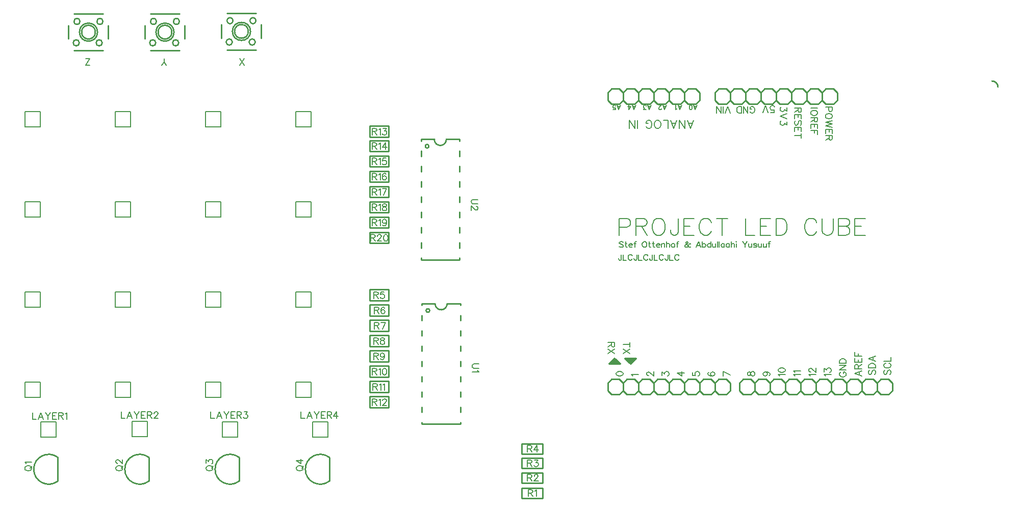
<source format=gto>
G04 Layer: TopSilkLayer*
G04 EasyEDA v6.4.7, 2021-02-04T23:20:08+01:00*
G04 79144050c9e943b49f0c46fcba6317a4,10*
G04 Gerber Generator version 0.2*
G04 Scale: 100 percent, Rotated: No, Reflected: No *
G04 Dimensions in millimeters *
G04 leading zeros omitted , absolute positions ,3 integer and 3 decimal *
%FSLAX33Y33*%
%MOMM*%
G90*
D02*

%ADD10C,0.254000*%
%ADD19C,0.304799*%
%ADD20C,0.203200*%
%ADD21C,0.202999*%
%ADD22C,0.253999*%
%ADD23C,0.152400*%

%LPD*%
G54D10*
G01X120523Y72219D02*
G01X119888Y71584D01*
G01X118618Y71584D01*
G01X117983Y72219D01*
G01X117983Y73489D01*
G01X118618Y74124D01*
G01X119888Y74124D01*
G01X120523Y73489D01*
G01X133223Y72219D02*
G01X133223Y73489D01*
G01X135763Y72219D02*
G01X135763Y73489D01*
G01X130683Y72219D02*
G01X130683Y73489D01*
G01X125603Y72219D02*
G01X125603Y73489D01*
G01X128143Y72219D02*
G01X128143Y73489D01*
G01X123063Y73489D02*
G01X123698Y74124D01*
G01X124968Y74124D01*
G01X125603Y73489D01*
G01X126238Y74124D01*
G01X127508Y74124D01*
G01X128143Y73489D01*
G01X128778Y74124D01*
G01X130048Y74124D01*
G01X130683Y73489D01*
G01X131318Y74124D01*
G01X132588Y74124D01*
G01X133223Y73489D01*
G01X133858Y74124D01*
G01X135128Y74124D01*
G01X135763Y73489D01*
G01X136398Y74124D01*
G01X137668Y74124D01*
G01X138303Y73489D01*
G01X138303Y72219D01*
G01X137668Y71584D01*
G01X136398Y71584D01*
G01X135763Y72219D01*
G01X135128Y71584D01*
G01X133858Y71584D01*
G01X133223Y72219D01*
G01X132588Y71584D01*
G01X131318Y71584D01*
G01X130683Y72219D01*
G01X130048Y71584D01*
G01X128778Y71584D01*
G01X128143Y72219D01*
G01X127508Y71584D01*
G01X126238Y71584D01*
G01X125603Y72219D01*
G01X124968Y71584D01*
G01X123698Y71584D01*
G01X123063Y72219D01*
G01X122428Y71584D01*
G01X121158Y71584D01*
G01X120523Y72219D01*
G01X120523Y73489D01*
G01X121158Y74124D01*
G01X122428Y74124D01*
G01X123063Y73489D01*
G01X123063Y72219D01*
G01X102743Y72219D02*
G01X102108Y71584D01*
G01X100838Y71584D01*
G01X100203Y72219D01*
G01X100203Y73489D01*
G01X100838Y74124D01*
G01X102108Y74124D01*
G01X102743Y73489D01*
G01X110363Y72219D02*
G01X110363Y73489D01*
G01X112903Y72219D02*
G01X112903Y73489D01*
G01X105283Y72219D02*
G01X104648Y71584D01*
G01X103378Y71584D01*
G01X102743Y72219D01*
G01X102743Y73489D01*
G01X103378Y74124D01*
G01X104648Y74124D01*
G01X105283Y73489D01*
G01X107823Y73489D02*
G01X108458Y74124D01*
G01X109728Y74124D01*
G01X110363Y73489D01*
G01X110998Y74124D01*
G01X112268Y74124D01*
G01X112903Y73489D01*
G01X113538Y74124D01*
G01X114808Y74124D01*
G01X115443Y73489D01*
G01X115443Y72219D01*
G01X114808Y71584D01*
G01X113538Y71584D01*
G01X112903Y72219D01*
G01X112268Y71584D01*
G01X110998Y71584D01*
G01X110363Y72219D01*
G01X109728Y71584D01*
G01X108458Y71584D01*
G01X107823Y72219D01*
G01X107188Y71584D01*
G01X105918Y71584D01*
G01X105283Y72219D01*
G01X105283Y73489D01*
G01X105918Y74124D01*
G01X107188Y74124D01*
G01X107823Y73489D01*
G01X107823Y72219D01*
G01X117983Y25229D02*
G01X118618Y25864D01*
G01X119888Y25864D01*
G01X120523Y25229D01*
G01X120523Y23959D01*
G01X119888Y23324D01*
G01X118618Y23324D01*
G01X117983Y23959D01*
G01X105283Y25229D02*
G01X105283Y23959D01*
G01X102743Y25229D02*
G01X102743Y23959D01*
G01X107823Y25229D02*
G01X107823Y23959D01*
G01X112903Y25229D02*
G01X112903Y23959D01*
G01X110363Y25229D02*
G01X110363Y23959D01*
G01X115443Y23959D02*
G01X114808Y23324D01*
G01X113538Y23324D01*
G01X112903Y23959D01*
G01X112268Y23324D01*
G01X110998Y23324D01*
G01X110363Y23959D01*
G01X109728Y23324D01*
G01X108458Y23324D01*
G01X107823Y23959D01*
G01X107188Y23324D01*
G01X105918Y23324D01*
G01X105283Y23959D01*
G01X104648Y23324D01*
G01X103378Y23324D01*
G01X102743Y23959D01*
G01X102108Y23324D01*
G01X100838Y23324D01*
G01X100203Y23959D01*
G01X100203Y25229D01*
G01X100838Y25864D01*
G01X102108Y25864D01*
G01X102743Y25229D01*
G01X103378Y25864D01*
G01X104648Y25864D01*
G01X105283Y25229D01*
G01X105918Y25864D01*
G01X107188Y25864D01*
G01X107823Y25229D01*
G01X108458Y25864D01*
G01X109728Y25864D01*
G01X110363Y25229D01*
G01X110998Y25864D01*
G01X112268Y25864D01*
G01X112903Y25229D01*
G01X113538Y25864D01*
G01X114808Y25864D01*
G01X115443Y25229D01*
G01X116078Y25864D01*
G01X117348Y25864D01*
G01X117983Y25229D01*
G01X117983Y23959D01*
G01X117348Y23324D01*
G01X116078Y23324D01*
G01X115443Y23959D01*
G01X115443Y25229D01*
G01X144907Y25229D02*
G01X145542Y25864D01*
G01X146812Y25864D01*
G01X147447Y25229D01*
G01X147447Y23959D01*
G01X146812Y23324D01*
G01X145542Y23324D01*
G01X144907Y23959D01*
G01X127127Y25229D02*
G01X127127Y23959D01*
G01X124587Y25229D02*
G01X124587Y23959D01*
G01X129667Y25229D02*
G01X129667Y23959D01*
G01X134747Y25229D02*
G01X134747Y23959D01*
G01X132207Y25229D02*
G01X132207Y23959D01*
G01X137287Y25229D02*
G01X137287Y23959D01*
G01X139827Y25229D02*
G01X139827Y23959D01*
G01X142367Y23959D02*
G01X141732Y23324D01*
G01X140462Y23324D01*
G01X139827Y23959D01*
G01X139192Y23324D01*
G01X137922Y23324D01*
G01X137287Y23959D01*
G01X136652Y23324D01*
G01X135382Y23324D01*
G01X134747Y23959D01*
G01X134112Y23324D01*
G01X132842Y23324D01*
G01X132207Y23959D01*
G01X131572Y23324D01*
G01X130302Y23324D01*
G01X129667Y23959D01*
G01X129032Y23324D01*
G01X127762Y23324D01*
G01X127127Y23959D01*
G01X126492Y23324D01*
G01X125222Y23324D01*
G01X124587Y23959D01*
G01X123952Y23324D01*
G01X122682Y23324D01*
G01X122047Y23959D01*
G01X122047Y25229D01*
G01X122682Y25864D01*
G01X123952Y25864D01*
G01X124587Y25229D01*
G01X125222Y25864D01*
G01X126492Y25864D01*
G01X127127Y25229D01*
G01X127762Y25864D01*
G01X129032Y25864D01*
G01X129667Y25229D01*
G01X130302Y25864D01*
G01X131572Y25864D01*
G01X132207Y25229D01*
G01X132842Y25864D01*
G01X134112Y25864D01*
G01X134747Y25229D01*
G01X135382Y25864D01*
G01X136652Y25864D01*
G01X137287Y25229D01*
G01X137922Y25864D01*
G01X139192Y25864D01*
G01X139827Y25229D01*
G01X140462Y25864D01*
G01X141732Y25864D01*
G01X142367Y25229D01*
G01X143002Y25864D01*
G01X144272Y25864D01*
G01X144907Y25229D01*
G01X144907Y23959D01*
G01X144272Y23324D01*
G01X143002Y23324D01*
G01X142367Y23959D01*
G01X142367Y25229D01*
G54D19*
G01X101346Y28785D02*
G01X101346Y28912D01*
G01X101854Y28531D02*
G01X100838Y28531D01*
G01X101346Y29039D01*
G01X101727Y28658D01*
G01X101219Y28658D01*
G01X104521Y29166D02*
G01X104013Y28658D01*
G01X103505Y29166D01*
G01X104267Y29166D01*
G01X103886Y28912D01*
G01X100457Y28404D02*
G01X102235Y28404D01*
G01X101346Y29293D01*
G01X100457Y28404D01*
G01X104902Y29293D02*
G01X103124Y29293D01*
G01X104013Y28404D01*
G01X104902Y29293D01*
G54D10*
G01X42672Y84770D02*
G01X42672Y82529D01*
G01X36919Y86697D02*
G01X41820Y86697D01*
G01X36068Y84770D02*
G01X36068Y82529D01*
G01X36919Y80601D02*
G01X41820Y80601D01*
G01X29972Y84643D02*
G01X29972Y82402D01*
G01X24219Y86570D02*
G01X29120Y86570D01*
G01X23368Y84643D02*
G01X23368Y82402D01*
G01X24219Y80474D02*
G01X29120Y80474D01*
G01X17272Y84643D02*
G01X17272Y82402D01*
G01X11519Y86570D02*
G01X16420Y86570D01*
G01X10668Y84643D02*
G01X10668Y82402D01*
G01X11519Y80474D02*
G01X16420Y80474D01*
G54D20*
G01X5969Y37802D02*
G01X3429Y37802D01*
G01X3429Y40342D01*
G01X5969Y40342D01*
G01X5969Y38437D01*
G54D21*
G01X5969Y37802D02*
G01X5969Y38437D01*
G54D20*
G01X20955Y37802D02*
G01X18415Y37802D01*
G01X18415Y40342D01*
G01X20955Y40342D01*
G01X20955Y38437D01*
G54D21*
G01X20955Y37802D02*
G01X20955Y38437D01*
G54D20*
G01X35941Y37802D02*
G01X33401Y37802D01*
G01X33401Y40342D01*
G01X35941Y40342D01*
G01X35941Y38437D01*
G54D21*
G01X35941Y37802D02*
G01X35941Y38437D01*
G54D20*
G01X50927Y37802D02*
G01X48387Y37802D01*
G01X48387Y40342D01*
G01X50927Y40342D01*
G01X50927Y38437D01*
G54D21*
G01X50927Y37802D02*
G01X50927Y38437D01*
G54D20*
G01X5969Y22816D02*
G01X3429Y22816D01*
G01X3429Y25356D01*
G01X5969Y25356D01*
G01X5969Y23451D01*
G54D21*
G01X5969Y22816D02*
G01X5969Y23451D01*
G54D20*
G01X20955Y22816D02*
G01X18415Y22816D01*
G01X18415Y25356D01*
G01X20955Y25356D01*
G01X20955Y23451D01*
G54D21*
G01X20955Y22816D02*
G01X20955Y23451D01*
G54D20*
G01X35941Y22816D02*
G01X33401Y22816D01*
G01X33401Y25356D01*
G01X35941Y25356D01*
G01X35941Y23451D01*
G54D21*
G01X35941Y22816D02*
G01X35941Y23451D01*
G54D20*
G01X50927Y22816D02*
G01X48387Y22816D01*
G01X48387Y25356D01*
G01X50927Y25356D01*
G01X50927Y23451D01*
G54D21*
G01X50927Y22816D02*
G01X50927Y23451D01*
G54D20*
G01X5969Y67774D02*
G01X3429Y67774D01*
G01X3429Y70314D01*
G01X5969Y70314D01*
G01X5969Y68409D01*
G54D21*
G01X5969Y67774D02*
G01X5969Y68409D01*
G54D20*
G01X20955Y67774D02*
G01X18415Y67774D01*
G01X18415Y70314D01*
G01X20955Y70314D01*
G01X20955Y68409D01*
G54D21*
G01X20955Y67774D02*
G01X20955Y68409D01*
G54D20*
G01X35941Y67774D02*
G01X33401Y67774D01*
G01X33401Y70314D01*
G01X35941Y70314D01*
G01X35941Y68409D01*
G54D21*
G01X35941Y67774D02*
G01X35941Y68409D01*
G54D20*
G01X50927Y67774D02*
G01X48387Y67774D01*
G01X48387Y70314D01*
G01X50927Y70314D01*
G01X50927Y68409D01*
G54D21*
G01X50927Y67774D02*
G01X50927Y68409D01*
G54D20*
G01X5969Y52788D02*
G01X3429Y52788D01*
G01X3429Y55328D01*
G01X5969Y55328D01*
G01X5969Y53423D01*
G54D21*
G01X5969Y52788D02*
G01X5969Y53423D01*
G54D20*
G01X20955Y52788D02*
G01X18415Y52788D01*
G01X18415Y55328D01*
G01X20955Y55328D01*
G01X20955Y53423D01*
G54D21*
G01X20955Y52788D02*
G01X20955Y53423D01*
G54D20*
G01X35941Y52788D02*
G01X33401Y52788D01*
G01X33401Y55328D01*
G01X35941Y55328D01*
G01X35941Y53423D01*
G54D21*
G01X35941Y52788D02*
G01X35941Y53423D01*
G54D20*
G01X50927Y52788D02*
G01X48387Y52788D01*
G01X48387Y55328D01*
G01X50927Y55328D01*
G01X50927Y53423D01*
G54D21*
G01X50927Y52788D02*
G01X50927Y53423D01*
G54D10*
G01X73515Y38404D02*
G01X75715Y38404D01*
G01X69317Y21224D02*
G01X69317Y20345D01*
G01X69317Y23764D02*
G01X69317Y22885D01*
G01X69317Y26304D02*
G01X69317Y25425D01*
G01X69317Y28844D02*
G01X69317Y27965D01*
G01X69317Y31384D02*
G01X69317Y30505D01*
G01X69317Y33924D02*
G01X69317Y33045D01*
G01X69317Y36464D02*
G01X69317Y35585D01*
G01X69317Y38404D02*
G01X69317Y38125D01*
G01X75715Y18685D02*
G01X75715Y18404D01*
G01X75715Y21225D02*
G01X75715Y20344D01*
G01X75715Y23765D02*
G01X75715Y22884D01*
G01X75715Y26305D02*
G01X75715Y25424D01*
G01X75715Y28845D02*
G01X75715Y27964D01*
G01X75715Y31385D02*
G01X75715Y30504D01*
G01X75715Y33925D02*
G01X75715Y33044D01*
G01X75715Y36465D02*
G01X75715Y35584D01*
G01X75715Y38404D02*
G01X75715Y38124D01*
G01X69317Y38404D02*
G01X71517Y38404D01*
G01X69317Y18404D02*
G01X75716Y18404D01*
G01X69317Y18684D02*
G01X69317Y18404D01*
G01X73388Y65709D02*
G01X75588Y65709D01*
G01X69190Y48529D02*
G01X69190Y47650D01*
G01X69190Y51069D02*
G01X69190Y50190D01*
G01X69190Y53609D02*
G01X69190Y52730D01*
G01X69190Y56149D02*
G01X69190Y55270D01*
G01X69190Y58689D02*
G01X69190Y57810D01*
G01X69190Y61229D02*
G01X69190Y60350D01*
G01X69190Y63769D02*
G01X69190Y62890D01*
G01X69190Y65709D02*
G01X69190Y65430D01*
G01X75588Y45990D02*
G01X75588Y45709D01*
G01X75588Y48530D02*
G01X75588Y47649D01*
G01X75588Y51070D02*
G01X75588Y50189D01*
G01X75588Y53610D02*
G01X75588Y52729D01*
G01X75588Y56150D02*
G01X75588Y55269D01*
G01X75588Y58690D02*
G01X75588Y57809D01*
G01X75588Y61230D02*
G01X75588Y60349D01*
G01X75588Y63770D02*
G01X75588Y62889D01*
G01X75588Y65709D02*
G01X75588Y65429D01*
G01X69190Y65709D02*
G01X71390Y65709D01*
G01X69190Y45709D02*
G01X75589Y45709D01*
G01X69190Y45989D02*
G01X69190Y45709D01*
G54D20*
G01X53721Y16212D02*
G01X51181Y16212D01*
G01X51181Y18752D01*
G01X53721Y18752D01*
G01X53721Y16847D01*
G54D21*
G01X53721Y16212D02*
G01X53721Y16847D01*
G54D20*
G01X38735Y16212D02*
G01X36195Y16212D01*
G01X36195Y18752D01*
G01X38735Y18752D01*
G01X38735Y16847D01*
G54D21*
G01X38735Y16212D02*
G01X38735Y16847D01*
G54D20*
G01X23749Y16339D02*
G01X21209Y16339D01*
G01X21209Y18879D01*
G01X23749Y18879D01*
G01X23749Y16974D01*
G54D21*
G01X23749Y16339D02*
G01X23749Y16974D01*
G54D20*
G01X8636Y16212D02*
G01X6096Y16212D01*
G01X6096Y18752D01*
G01X8636Y18752D01*
G01X8636Y16847D01*
G54D21*
G01X8636Y16212D02*
G01X8636Y16847D01*
G54D10*
G01X8865Y12858D02*
G01X8865Y8898D01*
G01X23978Y12858D02*
G01X23978Y8898D01*
G01X38964Y12858D02*
G01X38964Y8898D01*
G01X53950Y12858D02*
G01X53950Y8898D01*
G01X89329Y6091D02*
G01X85930Y6091D01*
G01X85930Y6091D02*
G01X85930Y7791D01*
G01X89329Y6091D02*
G01X89329Y7791D01*
G01X85930Y7791D01*
G01X89329Y8631D02*
G01X85930Y8631D01*
G01X85930Y8631D02*
G01X85930Y10331D01*
G01X89329Y8631D02*
G01X89329Y10331D01*
G01X85930Y10331D01*
G01X89329Y11044D02*
G01X85930Y11044D01*
G01X85930Y11044D02*
G01X85930Y12744D01*
G01X89329Y11044D02*
G01X89329Y12744D01*
G01X85930Y12744D01*
G01X89329Y13457D02*
G01X85930Y13457D01*
G01X85930Y13457D02*
G01X85930Y15157D01*
G01X89329Y13457D02*
G01X89329Y15157D01*
G01X85930Y15157D01*
G01X60629Y40734D02*
G01X63830Y40734D01*
G01X63830Y40734D02*
G01X63830Y38934D01*
G01X63830Y38934D02*
G01X60629Y38934D01*
G01X60629Y38934D02*
G01X60629Y40734D01*
G01X60629Y38194D02*
G01X63830Y38194D01*
G01X63830Y38194D02*
G01X63830Y36394D01*
G01X63830Y36394D02*
G01X60629Y36394D01*
G01X60629Y36394D02*
G01X60629Y38194D01*
G01X60629Y35654D02*
G01X63830Y35654D01*
G01X63830Y35654D02*
G01X63830Y33854D01*
G01X63830Y33854D02*
G01X60629Y33854D01*
G01X60629Y33854D02*
G01X60629Y35654D01*
G01X60629Y33114D02*
G01X63830Y33114D01*
G01X63830Y33114D02*
G01X63830Y31314D01*
G01X63830Y31314D02*
G01X60629Y31314D01*
G01X60629Y31314D02*
G01X60629Y33114D01*
G01X60629Y30574D02*
G01X63830Y30574D01*
G01X63830Y30574D02*
G01X63830Y28774D01*
G01X63830Y28774D02*
G01X60629Y28774D01*
G01X60629Y28774D02*
G01X60629Y30574D01*
G01X60629Y28034D02*
G01X63830Y28034D01*
G01X63830Y28034D02*
G01X63830Y26234D01*
G01X63830Y26234D02*
G01X60629Y26234D01*
G01X60629Y26234D02*
G01X60629Y28034D01*
G01X60629Y25494D02*
G01X63830Y25494D01*
G01X63830Y25494D02*
G01X63830Y23694D01*
G01X63830Y23694D02*
G01X60629Y23694D01*
G01X60629Y23694D02*
G01X60629Y25494D01*
G01X60629Y22954D02*
G01X63830Y22954D01*
G01X63830Y22954D02*
G01X63830Y21154D01*
G01X63830Y21154D02*
G01X60629Y21154D01*
G01X60629Y21154D02*
G01X60629Y22954D01*
G01X60629Y67912D02*
G01X63830Y67912D01*
G01X63830Y67912D02*
G01X63830Y66112D01*
G01X63830Y66112D02*
G01X60629Y66112D01*
G01X60629Y66112D02*
G01X60629Y67912D01*
G01X60629Y65499D02*
G01X63830Y65499D01*
G01X63830Y65499D02*
G01X63830Y63699D01*
G01X63830Y63699D02*
G01X60629Y63699D01*
G01X60629Y63699D02*
G01X60629Y65499D01*
G01X60629Y62959D02*
G01X63830Y62959D01*
G01X63830Y62959D02*
G01X63830Y61159D01*
G01X63830Y61159D02*
G01X60629Y61159D01*
G01X60629Y61159D02*
G01X60629Y62959D01*
G01X60629Y60419D02*
G01X63830Y60419D01*
G01X63830Y60419D02*
G01X63830Y58619D01*
G01X63830Y58619D02*
G01X60629Y58619D01*
G01X60629Y58619D02*
G01X60629Y60419D01*
G01X60629Y57879D02*
G01X63830Y57879D01*
G01X63830Y57879D02*
G01X63830Y56079D01*
G01X63830Y56079D02*
G01X60629Y56079D01*
G01X60629Y56079D02*
G01X60629Y57879D01*
G01X60629Y55339D02*
G01X63830Y55339D01*
G01X63830Y55339D02*
G01X63830Y53539D01*
G01X63830Y53539D02*
G01X60629Y53539D01*
G01X60629Y53539D02*
G01X60629Y55339D01*
G01X60629Y52799D02*
G01X63830Y52799D01*
G01X63830Y52799D02*
G01X63830Y50999D01*
G01X63830Y50999D02*
G01X60629Y50999D01*
G01X60629Y50999D02*
G01X60629Y52799D01*
G01X60629Y50259D02*
G01X63830Y50259D01*
G01X63830Y50259D02*
G01X63830Y48459D01*
G01X63830Y48459D02*
G01X60629Y48459D01*
G01X60629Y48459D02*
G01X60629Y50259D01*
G54D23*
G01X127251Y70185D02*
G01X127782Y70185D01*
G01X127835Y70662D01*
G01X127782Y70609D01*
G01X127622Y70555D01*
G01X127464Y70555D01*
G01X127304Y70609D01*
G01X127198Y70716D01*
G01X127144Y70876D01*
G01X127144Y70982D01*
G01X127198Y71140D01*
G01X127304Y71246D01*
G01X127464Y71300D01*
G01X127622Y71300D01*
G01X127782Y71246D01*
G01X127835Y71193D01*
G01X127889Y71089D01*
G01X126794Y70185D02*
G01X126370Y71300D01*
G01X125945Y70185D02*
G01X126370Y71300D01*
G01X114708Y70660D02*
G01X114985Y71389D01*
G01X114708Y70660D02*
G01X114432Y71389D01*
G01X114881Y71145D02*
G01X114536Y71145D01*
G01X113995Y70660D02*
G01X114099Y70695D01*
G01X114167Y70799D01*
G01X114203Y70972D01*
G01X114203Y71076D01*
G01X114167Y71249D01*
G01X114099Y71353D01*
G01X113995Y71389D01*
G01X113926Y71389D01*
G01X113822Y71353D01*
G01X113753Y71249D01*
G01X113718Y71076D01*
G01X113718Y70972D01*
G01X113753Y70799D01*
G01X113822Y70695D01*
G01X113926Y70660D01*
G01X113995Y70660D01*
G01X113908Y67507D02*
G01X114427Y68864D01*
G01X113908Y67507D02*
G01X113393Y68864D01*
G01X114233Y68412D02*
G01X113586Y68412D01*
G01X112966Y67507D02*
G01X112966Y68864D01*
G01X112966Y67507D02*
G01X112059Y68864D01*
G01X112059Y67507D02*
G01X112059Y68864D01*
G01X111117Y67507D02*
G01X111633Y68864D01*
G01X111117Y67507D02*
G01X110599Y68864D01*
G01X111439Y68412D02*
G01X110792Y68412D01*
G01X110172Y67507D02*
G01X110172Y68864D01*
G01X110172Y68864D02*
G01X109397Y68864D01*
G01X108582Y67507D02*
G01X108712Y67571D01*
G01X108841Y67701D01*
G01X108905Y67830D01*
G01X108971Y68023D01*
G01X108971Y68346D01*
G01X108905Y68541D01*
G01X108841Y68671D01*
G01X108712Y68800D01*
G01X108582Y68864D01*
G01X108323Y68864D01*
G01X108193Y68800D01*
G01X108064Y68671D01*
G01X108000Y68541D01*
G01X107934Y68346D01*
G01X107934Y68023D01*
G01X108000Y67830D01*
G01X108064Y67701D01*
G01X108193Y67571D01*
G01X108323Y67507D01*
G01X108582Y67507D01*
G01X106540Y67830D02*
G01X106603Y67701D01*
G01X106733Y67571D01*
G01X106862Y67507D01*
G01X107121Y67507D01*
G01X107251Y67571D01*
G01X107378Y67701D01*
G01X107444Y67830D01*
G01X107508Y68023D01*
G01X107508Y68346D01*
G01X107444Y68541D01*
G01X107378Y68671D01*
G01X107251Y68800D01*
G01X107121Y68864D01*
G01X106862Y68864D01*
G01X106733Y68800D01*
G01X106603Y68671D01*
G01X106540Y68541D01*
G01X106540Y68346D01*
G01X106862Y68346D02*
G01X106540Y68346D01*
G01X105117Y67507D02*
G01X105117Y68864D01*
G01X104691Y67507D02*
G01X104691Y68864D01*
G01X104691Y67507D02*
G01X103784Y68864D01*
G01X103784Y67507D02*
G01X103784Y68864D01*
G01X141221Y26796D02*
G01X142336Y26372D01*
G01X141221Y26796D02*
G01X142336Y27223D01*
G01X141965Y26532D02*
G01X141965Y27063D01*
G01X141221Y27574D02*
G01X142336Y27574D01*
G01X141221Y27574D02*
G01X141221Y28051D01*
G01X141274Y28209D01*
G01X141328Y28262D01*
G01X141434Y28315D01*
G01X141541Y28315D01*
G01X141645Y28262D01*
G01X141698Y28209D01*
G01X141752Y28051D01*
G01X141752Y27574D01*
G01X141752Y27944D02*
G01X142336Y28315D01*
G01X141221Y28666D02*
G01X142336Y28666D01*
G01X141221Y28666D02*
G01X141221Y29357D01*
G01X141752Y28666D02*
G01X141752Y29093D01*
G01X142336Y28666D02*
G01X142336Y29357D01*
G01X141221Y29707D02*
G01X142336Y29707D01*
G01X141221Y29707D02*
G01X141221Y30398D01*
G01X141752Y29707D02*
G01X141752Y30131D01*
G01X138922Y27043D02*
G01X138816Y26989D01*
G01X138709Y26883D01*
G01X138656Y26776D01*
G01X138656Y26563D01*
G01X138709Y26459D01*
G01X138816Y26352D01*
G01X138922Y26299D01*
G01X139080Y26245D01*
G01X139346Y26245D01*
G01X139506Y26299D01*
G01X139611Y26352D01*
G01X139717Y26459D01*
G01X139771Y26563D01*
G01X139771Y26776D01*
G01X139717Y26883D01*
G01X139611Y26989D01*
G01X139506Y27043D01*
G01X139346Y27043D01*
G01X139346Y26776D02*
G01X139346Y27043D01*
G01X138656Y27393D02*
G01X139771Y27393D01*
G01X138656Y27393D02*
G01X139771Y28135D01*
G01X138656Y28135D02*
G01X139771Y28135D01*
G01X138656Y28485D02*
G01X139771Y28485D01*
G01X138656Y28485D02*
G01X138656Y28859D01*
G01X138709Y29016D01*
G01X138816Y29123D01*
G01X138922Y29176D01*
G01X139080Y29230D01*
G01X139346Y29230D01*
G01X139506Y29176D01*
G01X139611Y29123D01*
G01X139717Y29016D01*
G01X139771Y28859D01*
G01X139771Y28485D01*
G01X103888Y31589D02*
G01X102773Y31589D01*
G01X103888Y31960D02*
G01X103888Y31216D01*
G01X103888Y30865D02*
G01X102773Y30124D01*
G01X103888Y30124D02*
G01X102773Y30865D01*
G01X101348Y31960D02*
G01X100233Y31960D01*
G01X101348Y31960D02*
G01X101348Y31483D01*
G01X101295Y31323D01*
G01X101241Y31269D01*
G01X101135Y31216D01*
G01X101028Y31216D01*
G01X100924Y31269D01*
G01X100871Y31323D01*
G01X100817Y31483D01*
G01X100817Y31960D01*
G01X100817Y31589D02*
G01X100233Y31216D01*
G01X101348Y30865D02*
G01X100233Y30124D01*
G01X101348Y30124D02*
G01X100233Y30865D01*
G01X102108Y52560D02*
G01X102108Y49773D01*
G01X102108Y52560D02*
G01X103301Y52560D01*
G01X103700Y52428D01*
G01X103835Y52296D01*
G01X103967Y52029D01*
G01X103967Y51633D01*
G01X103835Y51366D01*
G01X103700Y51234D01*
G01X103301Y51099D01*
G01X102108Y51099D01*
G01X104843Y52560D02*
G01X104843Y49773D01*
G01X104843Y52560D02*
G01X106037Y52560D01*
G01X106436Y52428D01*
G01X106568Y52296D01*
G01X106702Y52029D01*
G01X106702Y51765D01*
G01X106568Y51498D01*
G01X106436Y51366D01*
G01X106037Y51234D01*
G01X104843Y51234D01*
G01X105773Y51234D02*
G01X106702Y49773D01*
G01X108374Y52560D02*
G01X108110Y52428D01*
G01X107843Y52163D01*
G01X107711Y51897D01*
G01X107579Y51498D01*
G01X107579Y50835D01*
G01X107711Y50436D01*
G01X107843Y50172D01*
G01X108110Y49905D01*
G01X108374Y49773D01*
G01X108905Y49773D01*
G01X109171Y49905D01*
G01X109435Y50172D01*
G01X109570Y50436D01*
G01X109702Y50835D01*
G01X109702Y51498D01*
G01X109570Y51897D01*
G01X109435Y52163D01*
G01X109171Y52428D01*
G01X108905Y52560D01*
G01X108374Y52560D01*
G01X111907Y52560D02*
G01X111907Y50436D01*
G01X111772Y50038D01*
G01X111640Y49905D01*
G01X111376Y49773D01*
G01X111109Y49773D01*
G01X110845Y49905D01*
G01X110710Y50038D01*
G01X110578Y50436D01*
G01X110578Y50703D01*
G01X112783Y52560D02*
G01X112783Y49773D01*
G01X112783Y52560D02*
G01X114508Y52560D01*
G01X112783Y51234D02*
G01X113845Y51234D01*
G01X112783Y49773D02*
G01X114508Y49773D01*
G01X117375Y51897D02*
G01X117243Y52163D01*
G01X116979Y52428D01*
G01X116713Y52560D01*
G01X116182Y52560D01*
G01X115915Y52428D01*
G01X115651Y52163D01*
G01X115519Y51897D01*
G01X115384Y51498D01*
G01X115384Y50835D01*
G01X115519Y50436D01*
G01X115651Y50172D01*
G01X115915Y49905D01*
G01X116182Y49773D01*
G01X116713Y49773D01*
G01X116979Y49905D01*
G01X117243Y50172D01*
G01X117375Y50436D01*
G01X119181Y52560D02*
G01X119181Y49773D01*
G01X118252Y52560D02*
G01X120111Y52560D01*
G01X123032Y52560D02*
G01X123032Y49773D01*
G01X123032Y49773D02*
G01X124625Y49773D01*
G01X125501Y52560D02*
G01X125501Y49773D01*
G01X125501Y52560D02*
G01X127228Y52560D01*
G01X125501Y51234D02*
G01X126565Y51234D01*
G01X125501Y49773D02*
G01X127228Y49773D01*
G01X128104Y52560D02*
G01X128104Y49773D01*
G01X128104Y52560D02*
G01X129034Y52560D01*
G01X129433Y52428D01*
G01X129697Y52163D01*
G01X129832Y51897D01*
G01X129964Y51498D01*
G01X129964Y50835D01*
G01X129832Y50436D01*
G01X129697Y50172D01*
G01X129433Y49905D01*
G01X129034Y49773D01*
G01X128104Y49773D01*
G01X134876Y51897D02*
G01X134744Y52163D01*
G01X134477Y52428D01*
G01X134213Y52560D01*
G01X133680Y52560D01*
G01X133416Y52428D01*
G01X133149Y52163D01*
G01X133017Y51897D01*
G01X132885Y51498D01*
G01X132885Y50835D01*
G01X133017Y50436D01*
G01X133149Y50172D01*
G01X133416Y49905D01*
G01X133680Y49773D01*
G01X134213Y49773D01*
G01X134477Y49905D01*
G01X134744Y50172D01*
G01X134876Y50436D01*
G01X135752Y52560D02*
G01X135752Y50568D01*
G01X135884Y50172D01*
G01X136151Y49905D01*
G01X136550Y49773D01*
G01X136814Y49773D01*
G01X137213Y49905D01*
G01X137477Y50172D01*
G01X137612Y50568D01*
G01X137612Y52560D01*
G01X138488Y52560D02*
G01X138488Y49773D01*
G01X138488Y52560D02*
G01X139682Y52560D01*
G01X140081Y52428D01*
G01X140213Y52296D01*
G01X140347Y52029D01*
G01X140347Y51765D01*
G01X140213Y51498D01*
G01X140081Y51366D01*
G01X139682Y51234D01*
G01X138488Y51234D02*
G01X139682Y51234D01*
G01X140081Y51099D01*
G01X140213Y50967D01*
G01X140347Y50703D01*
G01X140347Y50304D01*
G01X140213Y50038D01*
G01X140081Y49905D01*
G01X139682Y49773D01*
G01X138488Y49773D01*
G01X141224Y52560D02*
G01X141224Y49773D01*
G01X141224Y52560D02*
G01X142948Y52560D01*
G01X141224Y51234D02*
G01X142285Y51234D01*
G01X141224Y49773D02*
G01X142948Y49773D01*
G01X132336Y70949D02*
G01X131221Y70949D01*
G01X132336Y70949D02*
G01X132336Y70472D01*
G01X132283Y70312D01*
G01X132229Y70258D01*
G01X132123Y70205D01*
G01X132016Y70205D01*
G01X131912Y70258D01*
G01X131859Y70312D01*
G01X131805Y70472D01*
G01X131805Y70949D01*
G01X131805Y70578D02*
G01X131221Y70205D01*
G01X132336Y69854D02*
G01X131221Y69854D01*
G01X132336Y69854D02*
G01X132336Y69164D01*
G01X131805Y69854D02*
G01X131805Y69430D01*
G01X131221Y69854D02*
G01X131221Y69164D01*
G01X132176Y68071D02*
G01X132283Y68178D01*
G01X132336Y68336D01*
G01X132336Y68549D01*
G01X132283Y68709D01*
G01X132176Y68813D01*
G01X132069Y68813D01*
G01X131965Y68762D01*
G01X131912Y68709D01*
G01X131859Y68602D01*
G01X131752Y68282D01*
G01X131699Y68178D01*
G01X131645Y68125D01*
G01X131538Y68071D01*
G01X131381Y68071D01*
G01X131274Y68178D01*
G01X131221Y68336D01*
G01X131221Y68549D01*
G01X131274Y68709D01*
G01X131381Y68813D01*
G01X132336Y67721D02*
G01X131221Y67721D01*
G01X132336Y67721D02*
G01X132336Y67030D01*
G01X131805Y67721D02*
G01X131805Y67294D01*
G01X131221Y67721D02*
G01X131221Y67030D01*
G01X132336Y66309D02*
G01X131221Y66309D01*
G01X132336Y66679D02*
G01X132336Y65935D01*
G01X129921Y70959D02*
G01X129921Y70375D01*
G01X129496Y70695D01*
G01X129496Y70535D01*
G01X129443Y70428D01*
G01X129390Y70375D01*
G01X129230Y70322D01*
G01X129123Y70322D01*
G01X128965Y70375D01*
G01X128859Y70482D01*
G01X128805Y70642D01*
G01X128805Y70799D01*
G01X128859Y70959D01*
G01X128912Y71013D01*
G01X129016Y71066D01*
G01X129921Y69971D02*
G01X128805Y69547D01*
G01X129921Y69123D02*
G01X128805Y69547D01*
G01X129921Y68666D02*
G01X129921Y68082D01*
G01X129496Y68399D01*
G01X129496Y68242D01*
G01X129443Y68135D01*
G01X129390Y68082D01*
G01X129230Y68028D01*
G01X129123Y68028D01*
G01X128965Y68082D01*
G01X128859Y68188D01*
G01X128805Y68346D01*
G01X128805Y68506D01*
G01X128859Y68666D01*
G01X128912Y68719D01*
G01X129016Y68772D01*
G01X112168Y70660D02*
G01X112445Y71389D01*
G01X112168Y70660D02*
G01X111892Y71389D01*
G01X112341Y71145D02*
G01X111996Y71145D01*
G01X111663Y70799D02*
G01X111594Y70764D01*
G01X111490Y70660D01*
G01X111490Y71389D01*
G01X109628Y70660D02*
G01X109905Y71389D01*
G01X109628Y70660D02*
G01X109352Y71389D01*
G01X109801Y71145D02*
G01X109456Y71145D01*
G01X109087Y70835D02*
G01X109087Y70799D01*
G01X109054Y70731D01*
G01X109019Y70695D01*
G01X108950Y70660D01*
G01X108811Y70660D01*
G01X108742Y70695D01*
G01X108706Y70731D01*
G01X108673Y70799D01*
G01X108673Y70868D01*
G01X108706Y70936D01*
G01X108775Y71041D01*
G01X109123Y71389D01*
G01X108638Y71389D01*
G01X107088Y70660D02*
G01X107365Y71389D01*
G01X107088Y70660D02*
G01X106812Y71389D01*
G01X107261Y71145D02*
G01X106916Y71145D01*
G01X106514Y70660D02*
G01X106133Y70660D01*
G01X106339Y70936D01*
G01X106235Y70936D01*
G01X106166Y70972D01*
G01X106133Y71008D01*
G01X106098Y71112D01*
G01X106098Y71180D01*
G01X106133Y71284D01*
G01X106202Y71353D01*
G01X106306Y71389D01*
G01X106410Y71389D01*
G01X106514Y71353D01*
G01X106547Y71317D01*
G01X106583Y71249D01*
G01X104548Y70660D02*
G01X104825Y71389D01*
G01X104548Y70660D02*
G01X104272Y71389D01*
G01X104721Y71145D02*
G01X104376Y71145D01*
G01X103695Y70660D02*
G01X104043Y71145D01*
G01X103522Y71145D01*
G01X103695Y70660D02*
G01X103695Y71389D01*
G01X102008Y70660D02*
G01X102285Y71389D01*
G01X102008Y70660D02*
G01X101732Y71389D01*
G01X102181Y71145D02*
G01X101836Y71145D01*
G01X101086Y70660D02*
G01X101434Y70660D01*
G01X101467Y70972D01*
G01X101434Y70936D01*
G01X101330Y70903D01*
G01X101226Y70903D01*
G01X101122Y70936D01*
G01X101053Y71008D01*
G01X101018Y71112D01*
G01X101018Y71180D01*
G01X101053Y71284D01*
G01X101122Y71353D01*
G01X101226Y71389D01*
G01X101330Y71389D01*
G01X101434Y71353D01*
G01X101467Y71317D01*
G01X101503Y71249D01*
G01X120523Y70060D02*
G01X120098Y71175D01*
G01X119672Y70060D02*
G01X120098Y71175D01*
G01X119321Y70060D02*
G01X119321Y71175D01*
G01X118971Y70060D02*
G01X118971Y71175D01*
G01X118971Y70060D02*
G01X118229Y71175D01*
G01X118229Y70060D02*
G01X118229Y71175D01*
G01X123789Y70327D02*
G01X123842Y70220D01*
G01X123949Y70114D01*
G01X124056Y70060D01*
G01X124269Y70060D01*
G01X124373Y70114D01*
G01X124480Y70220D01*
G01X124533Y70327D01*
G01X124587Y70484D01*
G01X124587Y70751D01*
G01X124533Y70911D01*
G01X124480Y71015D01*
G01X124373Y71122D01*
G01X124269Y71175D01*
G01X124056Y71175D01*
G01X123949Y71122D01*
G01X123842Y71015D01*
G01X123789Y70911D01*
G01X123789Y70751D01*
G01X124056Y70751D02*
G01X123789Y70751D01*
G01X123438Y70060D02*
G01X123438Y71175D01*
G01X123438Y70060D02*
G01X122697Y71175D01*
G01X122697Y70060D02*
G01X122697Y71175D01*
G01X122346Y70060D02*
G01X122346Y71175D01*
G01X122346Y70060D02*
G01X121973Y70060D01*
G01X121815Y70114D01*
G01X121709Y70220D01*
G01X121655Y70327D01*
G01X121602Y70484D01*
G01X121602Y70751D01*
G01X121655Y70911D01*
G01X121709Y71015D01*
G01X121815Y71122D01*
G01X121973Y71175D01*
G01X122346Y71175D01*
G01X136354Y26372D02*
G01X136301Y26479D01*
G01X136141Y26639D01*
G01X137256Y26639D01*
G01X136141Y27094D02*
G01X136141Y27678D01*
G01X136565Y27360D01*
G01X136565Y27520D01*
G01X136618Y27624D01*
G01X136672Y27678D01*
G01X136832Y27731D01*
G01X136939Y27731D01*
G01X137096Y27678D01*
G01X137203Y27574D01*
G01X137256Y27414D01*
G01X137256Y27254D01*
G01X137203Y27094D01*
G01X137149Y27040D01*
G01X137045Y26989D01*
G01X133814Y26372D02*
G01X133761Y26479D01*
G01X133601Y26639D01*
G01X134716Y26639D01*
G01X133868Y27040D02*
G01X133814Y27040D01*
G01X133708Y27094D01*
G01X133654Y27147D01*
G01X133601Y27254D01*
G01X133601Y27467D01*
G01X133654Y27574D01*
G01X133708Y27624D01*
G01X133814Y27678D01*
G01X133921Y27678D01*
G01X134025Y27624D01*
G01X134185Y27520D01*
G01X134716Y26989D01*
G01X134716Y27731D01*
G01X131274Y26372D02*
G01X131221Y26479D01*
G01X131061Y26639D01*
G01X132176Y26639D01*
G01X131274Y26989D02*
G01X131221Y27094D01*
G01X131061Y27254D01*
G01X132176Y27254D01*
G01X128734Y26372D02*
G01X128681Y26479D01*
G01X128521Y26639D01*
G01X129636Y26639D01*
G01X128521Y27307D02*
G01X128574Y27147D01*
G01X128734Y27040D01*
G01X128998Y26989D01*
G01X129159Y26989D01*
G01X129425Y27040D01*
G01X129583Y27147D01*
G01X129636Y27307D01*
G01X129636Y27414D01*
G01X129583Y27574D01*
G01X129425Y27678D01*
G01X129159Y27731D01*
G01X128998Y27731D01*
G01X128734Y27678D01*
G01X128574Y27574D01*
G01X128521Y27414D01*
G01X128521Y27307D01*
G01X126352Y27063D02*
G01X126512Y27010D01*
G01X126619Y26903D01*
G01X126672Y26743D01*
G01X126672Y26690D01*
G01X126619Y26532D01*
G01X126512Y26426D01*
G01X126352Y26372D01*
G01X126301Y26372D01*
G01X126141Y26426D01*
G01X126034Y26532D01*
G01X125981Y26690D01*
G01X125981Y26743D01*
G01X126034Y26903D01*
G01X126141Y27010D01*
G01X126352Y27063D01*
G01X126619Y27063D01*
G01X126885Y27010D01*
G01X127043Y26903D01*
G01X127096Y26743D01*
G01X127096Y26639D01*
G01X127043Y26479D01*
G01X126936Y26426D01*
G01X123441Y26639D02*
G01X123494Y26479D01*
G01X123601Y26426D01*
G01X123708Y26426D01*
G01X123812Y26479D01*
G01X123865Y26586D01*
G01X123918Y26796D01*
G01X123972Y26956D01*
G01X124079Y27063D01*
G01X124185Y27116D01*
G01X124345Y27116D01*
G01X124449Y27063D01*
G01X124503Y27010D01*
G01X124556Y26850D01*
G01X124556Y26639D01*
G01X124503Y26479D01*
G01X124449Y26426D01*
G01X124345Y26372D01*
G01X124185Y26372D01*
G01X124079Y26426D01*
G01X123972Y26532D01*
G01X123918Y26690D01*
G01X123865Y26903D01*
G01X123812Y27010D01*
G01X123708Y27063D01*
G01X123601Y27063D01*
G01X123494Y27010D01*
G01X123441Y26850D01*
G01X123441Y26639D01*
G01X119377Y27116D02*
G01X120492Y26586D01*
G01X119377Y26372D02*
G01X119377Y27116D01*
G01X116997Y27010D02*
G01X116890Y26956D01*
G01X116837Y26796D01*
G01X116837Y26690D01*
G01X116890Y26532D01*
G01X117050Y26426D01*
G01X117314Y26372D01*
G01X117581Y26372D01*
G01X117792Y26426D01*
G01X117899Y26532D01*
G01X117952Y26690D01*
G01X117952Y26743D01*
G01X117899Y26903D01*
G01X117792Y27010D01*
G01X117635Y27063D01*
G01X117581Y27063D01*
G01X117421Y27010D01*
G01X117314Y26903D01*
G01X117261Y26743D01*
G01X117261Y26690D01*
G01X117314Y26532D01*
G01X117421Y26426D01*
G01X117581Y26372D01*
G01X114297Y27010D02*
G01X114297Y26479D01*
G01X114774Y26426D01*
G01X114721Y26479D01*
G01X114668Y26639D01*
G01X114668Y26796D01*
G01X114721Y26956D01*
G01X114828Y27063D01*
G01X114988Y27116D01*
G01X115095Y27116D01*
G01X115252Y27063D01*
G01X115359Y26956D01*
G01X115412Y26796D01*
G01X115412Y26639D01*
G01X115359Y26479D01*
G01X115305Y26426D01*
G01X115201Y26372D01*
G01X111757Y26903D02*
G01X112501Y26372D01*
G01X112501Y27170D01*
G01X111757Y26903D02*
G01X112872Y26903D01*
G01X109217Y26479D02*
G01X109217Y27063D01*
G01X109641Y26743D01*
G01X109641Y26903D01*
G01X109694Y27010D01*
G01X109748Y27063D01*
G01X109908Y27116D01*
G01X110015Y27116D01*
G01X110172Y27063D01*
G01X110279Y26956D01*
G01X110332Y26796D01*
G01X110332Y26639D01*
G01X110279Y26479D01*
G01X110225Y26426D01*
G01X110121Y26372D01*
G01X106944Y26426D02*
G01X106890Y26426D01*
G01X106784Y26479D01*
G01X106730Y26532D01*
G01X106677Y26639D01*
G01X106677Y26850D01*
G01X106730Y26956D01*
G01X106784Y27010D01*
G01X106890Y27063D01*
G01X106997Y27063D01*
G01X107101Y27010D01*
G01X107261Y26903D01*
G01X107792Y26372D01*
G01X107792Y27116D01*
G01X104350Y26372D02*
G01X104297Y26479D01*
G01X104137Y26639D01*
G01X105252Y26639D01*
G01X101597Y26690D02*
G01X101650Y26532D01*
G01X101810Y26426D01*
G01X102074Y26372D01*
G01X102235Y26372D01*
G01X102501Y26426D01*
G01X102659Y26532D01*
G01X102712Y26690D01*
G01X102712Y26796D01*
G01X102659Y26956D01*
G01X102501Y27063D01*
G01X102235Y27116D01*
G01X102074Y27116D01*
G01X101810Y27063D01*
G01X101650Y26956D01*
G01X101597Y26796D01*
G01X101597Y26690D01*
G01X135001Y70881D02*
G01X133885Y70881D01*
G01X135001Y70213D02*
G01X134947Y70317D01*
G01X134840Y70423D01*
G01X134734Y70477D01*
G01X134576Y70530D01*
G01X134310Y70530D01*
G01X134150Y70477D01*
G01X134045Y70423D01*
G01X133939Y70317D01*
G01X133885Y70213D01*
G01X133885Y69999D01*
G01X133939Y69893D01*
G01X134045Y69786D01*
G01X134150Y69733D01*
G01X134310Y69679D01*
G01X134576Y69679D01*
G01X134734Y69733D01*
G01X134840Y69786D01*
G01X134947Y69893D01*
G01X135001Y69999D01*
G01X135001Y70213D01*
G01X135001Y69329D02*
G01X133885Y69329D01*
G01X135001Y69329D02*
G01X135001Y68851D01*
G01X134947Y68694D01*
G01X134894Y68640D01*
G01X134787Y68587D01*
G01X134680Y68587D01*
G01X134576Y68640D01*
G01X134523Y68694D01*
G01X134470Y68851D01*
G01X134470Y69329D01*
G01X134470Y68958D02*
G01X133885Y68587D01*
G01X135001Y68236D02*
G01X133885Y68236D01*
G01X135001Y68236D02*
G01X135001Y67546D01*
G01X134470Y68236D02*
G01X134470Y67810D01*
G01X133885Y68236D02*
G01X133885Y67546D01*
G01X135001Y67195D02*
G01X133885Y67195D01*
G01X135001Y67195D02*
G01X135001Y66504D01*
G01X134470Y67195D02*
G01X134470Y66771D01*
G01X143667Y27370D02*
G01X143560Y27264D01*
G01X143507Y27104D01*
G01X143507Y26893D01*
G01X143560Y26733D01*
G01X143667Y26626D01*
G01X143774Y26626D01*
G01X143878Y26680D01*
G01X143931Y26733D01*
G01X143984Y26840D01*
G01X144091Y27157D01*
G01X144145Y27264D01*
G01X144198Y27317D01*
G01X144305Y27370D01*
G01X144462Y27370D01*
G01X144569Y27264D01*
G01X144622Y27104D01*
G01X144622Y26893D01*
G01X144569Y26733D01*
G01X144462Y26626D01*
G01X143507Y27721D02*
G01X144622Y27721D01*
G01X143507Y27721D02*
G01X143507Y28092D01*
G01X143560Y28252D01*
G01X143667Y28358D01*
G01X143774Y28412D01*
G01X143931Y28463D01*
G01X144198Y28463D01*
G01X144358Y28412D01*
G01X144462Y28358D01*
G01X144569Y28252D01*
G01X144622Y28092D01*
G01X144622Y27721D01*
G01X143507Y29240D02*
G01X144622Y28813D01*
G01X143507Y29240D02*
G01X144622Y29664D01*
G01X144251Y28973D02*
G01X144251Y29504D01*
G01X146207Y27370D02*
G01X146100Y27264D01*
G01X146047Y27104D01*
G01X146047Y26893D01*
G01X146100Y26733D01*
G01X146207Y26626D01*
G01X146314Y26626D01*
G01X146418Y26680D01*
G01X146471Y26733D01*
G01X146524Y26840D01*
G01X146631Y27157D01*
G01X146685Y27264D01*
G01X146738Y27317D01*
G01X146845Y27370D01*
G01X147002Y27370D01*
G01X147109Y27264D01*
G01X147162Y27104D01*
G01X147162Y26893D01*
G01X147109Y26733D01*
G01X147002Y26626D01*
G01X146314Y28516D02*
G01X146207Y28463D01*
G01X146100Y28358D01*
G01X146047Y28252D01*
G01X146047Y28038D01*
G01X146100Y27932D01*
G01X146207Y27828D01*
G01X146314Y27774D01*
G01X146471Y27721D01*
G01X146738Y27721D01*
G01X146898Y27774D01*
G01X147002Y27828D01*
G01X147109Y27932D01*
G01X147162Y28038D01*
G01X147162Y28252D01*
G01X147109Y28358D01*
G01X147002Y28463D01*
G01X146898Y28516D01*
G01X146047Y28866D02*
G01X147162Y28866D01*
G01X147162Y28866D02*
G01X147162Y29504D01*
G01X137447Y71076D02*
G01X136331Y71076D01*
G01X137447Y71076D02*
G01X137447Y70599D01*
G01X137393Y70439D01*
G01X137340Y70385D01*
G01X137233Y70332D01*
G01X137076Y70332D01*
G01X136969Y70385D01*
G01X136916Y70439D01*
G01X136862Y70599D01*
G01X136862Y71076D01*
G01X137447Y69664D02*
G01X137393Y69771D01*
G01X137287Y69875D01*
G01X137180Y69928D01*
G01X137022Y69981D01*
G01X136756Y69981D01*
G01X136596Y69928D01*
G01X136491Y69875D01*
G01X136385Y69771D01*
G01X136331Y69664D01*
G01X136331Y69451D01*
G01X136385Y69344D01*
G01X136491Y69240D01*
G01X136596Y69186D01*
G01X136756Y69133D01*
G01X137022Y69133D01*
G01X137180Y69186D01*
G01X137287Y69240D01*
G01X137393Y69344D01*
G01X137447Y69451D01*
G01X137447Y69664D01*
G01X137447Y68783D02*
G01X136331Y68516D01*
G01X137447Y68252D02*
G01X136331Y68516D01*
G01X137447Y68252D02*
G01X136331Y67985D01*
G01X137447Y67721D02*
G01X136331Y67985D01*
G01X137447Y67370D02*
G01X136331Y67370D01*
G01X137447Y67370D02*
G01X137447Y66679D01*
G01X136916Y67370D02*
G01X136916Y66944D01*
G01X136331Y67370D02*
G01X136331Y66679D01*
G01X137447Y66329D02*
G01X136331Y66329D01*
G01X137447Y66329D02*
G01X137447Y65851D01*
G01X137393Y65691D01*
G01X137340Y65638D01*
G01X137233Y65585D01*
G01X137126Y65585D01*
G01X137022Y65638D01*
G01X136969Y65691D01*
G01X136916Y65851D01*
G01X136916Y66329D01*
G01X136916Y65956D02*
G01X136331Y65585D01*
G01X102435Y46558D02*
G01X102435Y45831D01*
G01X102389Y45694D01*
G01X102344Y45648D01*
G01X102252Y45603D01*
G01X102163Y45603D01*
G01X102072Y45648D01*
G01X102026Y45694D01*
G01X101981Y45831D01*
G01X101981Y45923D01*
G01X102735Y46558D02*
G01X102735Y45603D01*
G01X102735Y45603D02*
G01X103281Y45603D01*
G01X104261Y46332D02*
G01X104216Y46423D01*
G01X104127Y46512D01*
G01X104035Y46558D01*
G01X103852Y46558D01*
G01X103764Y46512D01*
G01X103672Y46423D01*
G01X103626Y46332D01*
G01X103581Y46194D01*
G01X103581Y45968D01*
G01X103626Y45831D01*
G01X103672Y45740D01*
G01X103764Y45648D01*
G01X103852Y45603D01*
G01X104035Y45603D01*
G01X104127Y45648D01*
G01X104216Y45740D01*
G01X104261Y45831D01*
G01X105016Y46558D02*
G01X105016Y45831D01*
G01X104973Y45694D01*
G01X104927Y45648D01*
G01X104835Y45603D01*
G01X104744Y45603D01*
G01X104653Y45648D01*
G01X104607Y45694D01*
G01X104561Y45831D01*
G01X104561Y45923D01*
G01X105318Y46558D02*
G01X105318Y45603D01*
G01X105318Y45603D02*
G01X105862Y45603D01*
G01X106845Y46332D02*
G01X106799Y46423D01*
G01X106707Y46512D01*
G01X106616Y46558D01*
G01X106436Y46558D01*
G01X106344Y46512D01*
G01X106253Y46423D01*
G01X106207Y46332D01*
G01X106161Y46194D01*
G01X106161Y45968D01*
G01X106207Y45831D01*
G01X106253Y45740D01*
G01X106344Y45648D01*
G01X106436Y45603D01*
G01X106616Y45603D01*
G01X106707Y45648D01*
G01X106799Y45740D01*
G01X106845Y45831D01*
G01X107599Y46558D02*
G01X107599Y45831D01*
G01X107553Y45694D01*
G01X107508Y45648D01*
G01X107416Y45603D01*
G01X107327Y45603D01*
G01X107236Y45648D01*
G01X107190Y45694D01*
G01X107144Y45831D01*
G01X107144Y45923D01*
G01X107899Y46558D02*
G01X107899Y45603D01*
G01X107899Y45603D02*
G01X108445Y45603D01*
G01X109425Y46332D02*
G01X109380Y46423D01*
G01X109291Y46512D01*
G01X109199Y46558D01*
G01X109016Y46558D01*
G01X108925Y46512D01*
G01X108836Y46423D01*
G01X108790Y46332D01*
G01X108745Y46194D01*
G01X108745Y45968D01*
G01X108790Y45831D01*
G01X108836Y45740D01*
G01X108925Y45648D01*
G01X109016Y45603D01*
G01X109199Y45603D01*
G01X109291Y45648D01*
G01X109380Y45740D01*
G01X109425Y45831D01*
G01X110180Y46558D02*
G01X110180Y45831D01*
G01X110134Y45694D01*
G01X110091Y45648D01*
G01X109999Y45603D01*
G01X109908Y45603D01*
G01X109816Y45648D01*
G01X109771Y45694D01*
G01X109725Y45831D01*
G01X109725Y45923D01*
G01X110479Y46558D02*
G01X110479Y45603D01*
G01X110479Y45603D02*
G01X111025Y45603D01*
G01X112008Y46332D02*
G01X111963Y46423D01*
G01X111871Y46512D01*
G01X111780Y46558D01*
G01X111599Y46558D01*
G01X111508Y46512D01*
G01X111417Y46423D01*
G01X111371Y46332D01*
G01X111325Y46194D01*
G01X111325Y45968D01*
G01X111371Y45831D01*
G01X111417Y45740D01*
G01X111508Y45648D01*
G01X111599Y45603D01*
G01X111780Y45603D01*
G01X111871Y45648D01*
G01X111963Y45740D01*
G01X112008Y45831D01*
G01X102745Y48582D02*
G01X102654Y48671D01*
G01X102516Y48717D01*
G01X102334Y48717D01*
G01X102199Y48671D01*
G01X102108Y48582D01*
G01X102108Y48491D01*
G01X102153Y48399D01*
G01X102199Y48353D01*
G01X102290Y48308D01*
G01X102562Y48216D01*
G01X102654Y48173D01*
G01X102699Y48127D01*
G01X102745Y48036D01*
G01X102745Y47899D01*
G01X102654Y47807D01*
G01X102516Y47762D01*
G01X102334Y47762D01*
G01X102199Y47807D01*
G01X102108Y47899D01*
G01X103179Y48717D02*
G01X103179Y47945D01*
G01X103225Y47807D01*
G01X103317Y47762D01*
G01X103408Y47762D01*
G01X103045Y48399D02*
G01X103362Y48399D01*
G01X103708Y48127D02*
G01X104254Y48127D01*
G01X104254Y48216D01*
G01X104208Y48308D01*
G01X104162Y48353D01*
G01X104071Y48399D01*
G01X103934Y48399D01*
G01X103845Y48353D01*
G01X103753Y48262D01*
G01X103708Y48127D01*
G01X103708Y48036D01*
G01X103753Y47899D01*
G01X103845Y47807D01*
G01X103934Y47762D01*
G01X104071Y47762D01*
G01X104162Y47807D01*
G01X104254Y47899D01*
G01X104917Y48717D02*
G01X104825Y48717D01*
G01X104734Y48671D01*
G01X104688Y48536D01*
G01X104688Y47762D01*
G01X104554Y48399D02*
G01X104871Y48399D01*
G01X106189Y48717D02*
G01X106098Y48671D01*
G01X106006Y48582D01*
G01X105963Y48491D01*
G01X105918Y48353D01*
G01X105918Y48127D01*
G01X105963Y47990D01*
G01X106006Y47899D01*
G01X106098Y47807D01*
G01X106189Y47762D01*
G01X106372Y47762D01*
G01X106461Y47807D01*
G01X106553Y47899D01*
G01X106598Y47990D01*
G01X106644Y48127D01*
G01X106644Y48353D01*
G01X106598Y48491D01*
G01X106553Y48582D01*
G01X106461Y48671D01*
G01X106372Y48717D01*
G01X106189Y48717D01*
G01X107081Y48717D02*
G01X107081Y47945D01*
G01X107127Y47807D01*
G01X107215Y47762D01*
G01X107307Y47762D01*
G01X106944Y48399D02*
G01X107261Y48399D01*
G01X107744Y48717D02*
G01X107744Y47945D01*
G01X107789Y47807D01*
G01X107881Y47762D01*
G01X107972Y47762D01*
G01X107607Y48399D02*
G01X107927Y48399D01*
G01X108272Y48127D02*
G01X108816Y48127D01*
G01X108816Y48216D01*
G01X108770Y48308D01*
G01X108727Y48353D01*
G01X108635Y48399D01*
G01X108498Y48399D01*
G01X108407Y48353D01*
G01X108318Y48262D01*
G01X108272Y48127D01*
G01X108272Y48036D01*
G01X108318Y47899D01*
G01X108407Y47807D01*
G01X108498Y47762D01*
G01X108635Y47762D01*
G01X108727Y47807D01*
G01X108816Y47899D01*
G01X109115Y48399D02*
G01X109115Y47762D01*
G01X109115Y48216D02*
G01X109253Y48353D01*
G01X109344Y48399D01*
G01X109481Y48399D01*
G01X109570Y48353D01*
G01X109616Y48216D01*
G01X109616Y47762D01*
G01X109915Y48717D02*
G01X109915Y47762D01*
G01X109915Y48216D02*
G01X110053Y48353D01*
G01X110144Y48399D01*
G01X110281Y48399D01*
G01X110370Y48353D01*
G01X110416Y48216D01*
G01X110416Y47762D01*
G01X110944Y48399D02*
G01X110853Y48353D01*
G01X110761Y48262D01*
G01X110716Y48127D01*
G01X110716Y48036D01*
G01X110761Y47899D01*
G01X110853Y47807D01*
G01X110944Y47762D01*
G01X111081Y47762D01*
G01X111170Y47807D01*
G01X111262Y47899D01*
G01X111307Y48036D01*
G01X111307Y48127D01*
G01X111262Y48262D01*
G01X111170Y48353D01*
G01X111081Y48399D01*
G01X110944Y48399D01*
G01X111970Y48717D02*
G01X111881Y48717D01*
G01X111790Y48671D01*
G01X111744Y48536D01*
G01X111744Y47762D01*
G01X111607Y48399D02*
G01X111925Y48399D01*
G01X113880Y48308D02*
G01X113880Y48353D01*
G01X113835Y48399D01*
G01X113789Y48399D01*
G01X113743Y48353D01*
G01X113698Y48262D01*
G01X113609Y48036D01*
G01X113517Y47899D01*
G01X113426Y47807D01*
G01X113334Y47762D01*
G01X113154Y47762D01*
G01X113063Y47807D01*
G01X113017Y47853D01*
G01X112971Y47945D01*
G01X112971Y48036D01*
G01X113017Y48127D01*
G01X113063Y48173D01*
G01X113380Y48353D01*
G01X113426Y48399D01*
G01X113471Y48491D01*
G01X113471Y48582D01*
G01X113426Y48671D01*
G01X113334Y48717D01*
G01X113243Y48671D01*
G01X113197Y48582D01*
G01X113197Y48491D01*
G01X113243Y48353D01*
G01X113334Y48216D01*
G01X113563Y47899D01*
G01X113652Y47807D01*
G01X113743Y47762D01*
G01X113835Y47762D01*
G01X113880Y47807D01*
G01X113880Y47853D01*
G01X115244Y48717D02*
G01X114881Y47762D01*
G01X115244Y48717D02*
G01X115608Y47762D01*
G01X115016Y48082D02*
G01X115470Y48082D01*
G01X115907Y48717D02*
G01X115907Y47762D01*
G01X115907Y48262D02*
G01X115999Y48353D01*
G01X116090Y48399D01*
G01X116225Y48399D01*
G01X116316Y48353D01*
G01X116408Y48262D01*
G01X116453Y48127D01*
G01X116453Y48036D01*
G01X116408Y47899D01*
G01X116316Y47807D01*
G01X116225Y47762D01*
G01X116090Y47762D01*
G01X115999Y47807D01*
G01X115907Y47899D01*
G01X117299Y48717D02*
G01X117299Y47762D01*
G01X117299Y48262D02*
G01X117208Y48353D01*
G01X117116Y48399D01*
G01X116979Y48399D01*
G01X116890Y48353D01*
G01X116799Y48262D01*
G01X116753Y48127D01*
G01X116753Y48036D01*
G01X116799Y47899D01*
G01X116890Y47807D01*
G01X116979Y47762D01*
G01X117116Y47762D01*
G01X117208Y47807D01*
G01X117299Y47899D01*
G01X117599Y48399D02*
G01X117599Y47945D01*
G01X117645Y47807D01*
G01X117734Y47762D01*
G01X117871Y47762D01*
G01X117962Y47807D01*
G01X118099Y47945D01*
G01X118099Y48399D02*
G01X118099Y47762D01*
G01X118399Y48717D02*
G01X118399Y47762D01*
G01X118699Y48717D02*
G01X118699Y47762D01*
G01X119545Y48399D02*
G01X119545Y47762D01*
G01X119545Y48262D02*
G01X119453Y48353D01*
G01X119362Y48399D01*
G01X119225Y48399D01*
G01X119136Y48353D01*
G01X119044Y48262D01*
G01X118999Y48127D01*
G01X118999Y48036D01*
G01X119044Y47899D01*
G01X119136Y47807D01*
G01X119225Y47762D01*
G01X119362Y47762D01*
G01X119453Y47807D01*
G01X119545Y47899D01*
G01X120390Y48399D02*
G01X120390Y47762D01*
G01X120390Y48262D02*
G01X120299Y48353D01*
G01X120208Y48399D01*
G01X120070Y48399D01*
G01X119981Y48353D01*
G01X119890Y48262D01*
G01X119844Y48127D01*
G01X119844Y48036D01*
G01X119890Y47899D01*
G01X119981Y47807D01*
G01X120070Y47762D01*
G01X120208Y47762D01*
G01X120299Y47807D01*
G01X120390Y47899D01*
G01X120690Y48717D02*
G01X120690Y47762D01*
G01X120690Y48216D02*
G01X120825Y48353D01*
G01X120916Y48399D01*
G01X121053Y48399D01*
G01X121145Y48353D01*
G01X121191Y48216D01*
G01X121191Y47762D01*
G01X121490Y48717D02*
G01X121536Y48671D01*
G01X121579Y48717D01*
G01X121536Y48762D01*
G01X121490Y48717D01*
G01X121536Y48399D02*
G01X121536Y47762D01*
G01X122580Y48717D02*
G01X122943Y48262D01*
G01X122943Y47762D01*
G01X123306Y48717D02*
G01X122943Y48262D01*
G01X123609Y48399D02*
G01X123609Y47945D01*
G01X123652Y47807D01*
G01X123743Y47762D01*
G01X123880Y47762D01*
G01X123972Y47807D01*
G01X124106Y47945D01*
G01X124106Y48399D02*
G01X124106Y47762D01*
G01X124907Y48262D02*
G01X124861Y48353D01*
G01X124726Y48399D01*
G01X124589Y48399D01*
G01X124452Y48353D01*
G01X124409Y48262D01*
G01X124452Y48173D01*
G01X124543Y48127D01*
G01X124772Y48082D01*
G01X124861Y48036D01*
G01X124907Y47945D01*
G01X124907Y47899D01*
G01X124861Y47807D01*
G01X124726Y47762D01*
G01X124589Y47762D01*
G01X124452Y47807D01*
G01X124409Y47899D01*
G01X125206Y48399D02*
G01X125206Y47945D01*
G01X125252Y47807D01*
G01X125343Y47762D01*
G01X125481Y47762D01*
G01X125572Y47807D01*
G01X125707Y47945D01*
G01X125707Y48399D02*
G01X125707Y47762D01*
G01X126006Y48399D02*
G01X126006Y47945D01*
G01X126052Y47807D01*
G01X126144Y47762D01*
G01X126281Y47762D01*
G01X126372Y47807D01*
G01X126507Y47945D01*
G01X126507Y48399D02*
G01X126507Y47762D01*
G01X127172Y48717D02*
G01X127081Y48717D01*
G01X126989Y48671D01*
G01X126944Y48536D01*
G01X126944Y47762D01*
G01X126806Y48399D02*
G01X127127Y48399D01*
G01X39116Y79087D02*
G01X39842Y77998D01*
G01X39842Y79087D02*
G01X39116Y77998D01*
G01X26924Y78051D02*
G01X26507Y78569D01*
G01X26507Y79141D01*
G01X26093Y78051D02*
G01X26507Y78569D01*
G01X13497Y78051D02*
G01X14224Y79141D01*
G01X14224Y78051D02*
G01X13497Y78051D01*
G01X14224Y79141D02*
G01X13497Y79141D01*
G01X78750Y28404D02*
G01X77970Y28404D01*
G01X77815Y28354D01*
G01X77711Y28249D01*
G01X77660Y28092D01*
G01X77660Y27988D01*
G01X77711Y27833D01*
G01X77815Y27729D01*
G01X77970Y27678D01*
G01X78750Y27678D01*
G01X78541Y27335D02*
G01X78595Y27231D01*
G01X78750Y27073D01*
G01X77660Y27073D01*
G01X78623Y55709D02*
G01X77843Y55709D01*
G01X77688Y55659D01*
G01X77584Y55554D01*
G01X77533Y55397D01*
G01X77533Y55293D01*
G01X77584Y55138D01*
G01X77688Y55034D01*
G01X77843Y54983D01*
G01X78623Y54983D01*
G01X78364Y54587D02*
G01X78414Y54587D01*
G01X78519Y54536D01*
G01X78572Y54483D01*
G01X78623Y54378D01*
G01X78623Y54173D01*
G01X78572Y54068D01*
G01X78519Y54015D01*
G01X78414Y53964D01*
G01X78310Y53964D01*
G01X78206Y54015D01*
G01X78051Y54119D01*
G01X77533Y54640D01*
G01X77533Y53911D01*
G01X49276Y20413D02*
G01X49276Y19324D01*
G01X49276Y19324D02*
G01X49898Y19324D01*
G01X50657Y20413D02*
G01X50241Y19324D01*
G01X50657Y20413D02*
G01X51074Y19324D01*
G01X50398Y19687D02*
G01X50916Y19687D01*
G01X51417Y20413D02*
G01X51831Y19895D01*
G01X51831Y19324D01*
G01X52247Y20413D02*
G01X51831Y19895D01*
G01X52590Y20413D02*
G01X52590Y19324D01*
G01X52590Y20413D02*
G01X53266Y20413D01*
G01X52590Y19895D02*
G01X53007Y19895D01*
G01X52590Y19324D02*
G01X53266Y19324D01*
G01X53609Y20413D02*
G01X53609Y19324D01*
G01X53609Y20413D02*
G01X54076Y20413D01*
G01X54231Y20363D01*
G01X54284Y20309D01*
G01X54335Y20205D01*
G01X54335Y20101D01*
G01X54284Y19997D01*
G01X54231Y19946D01*
G01X54076Y19895D01*
G01X53609Y19895D01*
G01X53972Y19895D02*
G01X54335Y19324D01*
G01X55199Y20413D02*
G01X54678Y19687D01*
G01X55458Y19687D01*
G01X55199Y20413D02*
G01X55199Y19324D01*
G01X34290Y20413D02*
G01X34290Y19324D01*
G01X34290Y19324D02*
G01X34912Y19324D01*
G01X35671Y20413D02*
G01X35255Y19324D01*
G01X35671Y20413D02*
G01X36088Y19324D01*
G01X35412Y19687D02*
G01X35930Y19687D01*
G01X36431Y20413D02*
G01X36845Y19895D01*
G01X36845Y19324D01*
G01X37261Y20413D02*
G01X36845Y19895D01*
G01X37604Y20413D02*
G01X37604Y19324D01*
G01X37604Y20413D02*
G01X38280Y20413D01*
G01X37604Y19895D02*
G01X38021Y19895D01*
G01X37604Y19324D02*
G01X38280Y19324D01*
G01X38623Y20413D02*
G01X38623Y19324D01*
G01X38623Y20413D02*
G01X39090Y20413D01*
G01X39245Y20363D01*
G01X39298Y20309D01*
G01X39349Y20205D01*
G01X39349Y20101D01*
G01X39298Y19997D01*
G01X39245Y19946D01*
G01X39090Y19895D01*
G01X38623Y19895D01*
G01X38986Y19895D02*
G01X39349Y19324D01*
G01X39796Y20413D02*
G01X40368Y20413D01*
G01X40055Y19997D01*
G01X40213Y19997D01*
G01X40317Y19946D01*
G01X40368Y19895D01*
G01X40421Y19738D01*
G01X40421Y19634D01*
G01X40368Y19479D01*
G01X40264Y19375D01*
G01X40109Y19324D01*
G01X39954Y19324D01*
G01X39796Y19375D01*
G01X39745Y19425D01*
G01X39692Y19530D01*
G01X19431Y20413D02*
G01X19431Y19324D01*
G01X19431Y19324D02*
G01X20053Y19324D01*
G01X20812Y20413D02*
G01X20396Y19324D01*
G01X20812Y20413D02*
G01X21229Y19324D01*
G01X20553Y19687D02*
G01X21071Y19687D01*
G01X21572Y20413D02*
G01X21986Y19895D01*
G01X21986Y19324D01*
G01X22402Y20413D02*
G01X21986Y19895D01*
G01X22745Y20413D02*
G01X22745Y19324D01*
G01X22745Y20413D02*
G01X23421Y20413D01*
G01X22745Y19895D02*
G01X23162Y19895D01*
G01X22745Y19324D02*
G01X23421Y19324D01*
G01X23764Y20413D02*
G01X23764Y19324D01*
G01X23764Y20413D02*
G01X24231Y20413D01*
G01X24386Y20363D01*
G01X24439Y20309D01*
G01X24490Y20205D01*
G01X24490Y20101D01*
G01X24439Y19997D01*
G01X24386Y19946D01*
G01X24231Y19895D01*
G01X23764Y19895D01*
G01X24127Y19895D02*
G01X24490Y19324D01*
G01X24886Y20154D02*
G01X24886Y20205D01*
G01X24937Y20309D01*
G01X24991Y20363D01*
G01X25095Y20413D01*
G01X25300Y20413D01*
G01X25405Y20363D01*
G01X25458Y20309D01*
G01X25509Y20205D01*
G01X25509Y20101D01*
G01X25458Y19997D01*
G01X25354Y19842D01*
G01X24833Y19324D01*
G01X25562Y19324D01*
G01X4699Y20286D02*
G01X4699Y19197D01*
G01X4699Y19197D02*
G01X5321Y19197D01*
G01X6080Y20286D02*
G01X5664Y19197D01*
G01X6080Y20286D02*
G01X6497Y19197D01*
G01X5821Y19560D02*
G01X6339Y19560D01*
G01X6840Y20286D02*
G01X7254Y19768D01*
G01X7254Y19197D01*
G01X7670Y20286D02*
G01X7254Y19768D01*
G01X8013Y20286D02*
G01X8013Y19197D01*
G01X8013Y20286D02*
G01X8689Y20286D01*
G01X8013Y19768D02*
G01X8430Y19768D01*
G01X8013Y19197D02*
G01X8689Y19197D01*
G01X9032Y20286D02*
G01X9032Y19197D01*
G01X9032Y20286D02*
G01X9499Y20286D01*
G01X9654Y20236D01*
G01X9707Y20182D01*
G01X9758Y20078D01*
G01X9758Y19974D01*
G01X9707Y19870D01*
G01X9654Y19819D01*
G01X9499Y19768D01*
G01X9032Y19768D01*
G01X9395Y19768D02*
G01X9758Y19197D01*
G01X10101Y20078D02*
G01X10205Y20132D01*
G01X10363Y20286D01*
G01X10363Y19197D01*
G01X3418Y10937D02*
G01X3469Y10833D01*
G01X3573Y10728D01*
G01X3677Y10675D01*
G01X3835Y10624D01*
G01X4094Y10624D01*
G01X4249Y10675D01*
G01X4353Y10728D01*
G01X4457Y10833D01*
G01X4508Y10937D01*
G01X4508Y11145D01*
G01X4457Y11247D01*
G01X4353Y11351D01*
G01X4249Y11404D01*
G01X4094Y11455D01*
G01X3835Y11455D01*
G01X3677Y11404D01*
G01X3573Y11351D01*
G01X3469Y11247D01*
G01X3418Y11145D01*
G01X3418Y10937D01*
G01X4302Y11092D02*
G01X4612Y11404D01*
G01X3627Y11798D02*
G01X3573Y11902D01*
G01X3418Y12059D01*
G01X4508Y12059D01*
G01X18531Y10937D02*
G01X18582Y10833D01*
G01X18686Y10728D01*
G01X18790Y10675D01*
G01X18948Y10624D01*
G01X19207Y10624D01*
G01X19362Y10675D01*
G01X19466Y10728D01*
G01X19570Y10833D01*
G01X19621Y10937D01*
G01X19621Y11145D01*
G01X19570Y11247D01*
G01X19466Y11351D01*
G01X19362Y11404D01*
G01X19207Y11455D01*
G01X18948Y11455D01*
G01X18790Y11404D01*
G01X18686Y11351D01*
G01X18582Y11247D01*
G01X18531Y11145D01*
G01X18531Y10937D01*
G01X19415Y11092D02*
G01X19725Y11404D01*
G01X18790Y11851D02*
G01X18740Y11851D01*
G01X18635Y11902D01*
G01X18582Y11955D01*
G01X18531Y12059D01*
G01X18531Y12265D01*
G01X18582Y12369D01*
G01X18635Y12423D01*
G01X18740Y12473D01*
G01X18844Y12473D01*
G01X18948Y12423D01*
G01X19103Y12319D01*
G01X19621Y11798D01*
G01X19621Y12527D01*
G01X33517Y10937D02*
G01X33568Y10833D01*
G01X33672Y10728D01*
G01X33776Y10675D01*
G01X33934Y10624D01*
G01X34193Y10624D01*
G01X34348Y10675D01*
G01X34452Y10728D01*
G01X34556Y10833D01*
G01X34607Y10937D01*
G01X34607Y11145D01*
G01X34556Y11247D01*
G01X34452Y11351D01*
G01X34348Y11404D01*
G01X34193Y11455D01*
G01X33934Y11455D01*
G01X33776Y11404D01*
G01X33672Y11351D01*
G01X33568Y11247D01*
G01X33517Y11145D01*
G01X33517Y10937D01*
G01X34401Y11092D02*
G01X34711Y11404D01*
G01X33517Y11902D02*
G01X33517Y12473D01*
G01X33934Y12161D01*
G01X33934Y12319D01*
G01X33985Y12423D01*
G01X34036Y12473D01*
G01X34193Y12527D01*
G01X34297Y12527D01*
G01X34452Y12473D01*
G01X34556Y12369D01*
G01X34607Y12214D01*
G01X34607Y12059D01*
G01X34556Y11902D01*
G01X34505Y11851D01*
G01X34401Y11798D01*
G01X48503Y10937D02*
G01X48554Y10833D01*
G01X48658Y10728D01*
G01X48762Y10675D01*
G01X48920Y10624D01*
G01X49179Y10624D01*
G01X49334Y10675D01*
G01X49438Y10728D01*
G01X49542Y10833D01*
G01X49593Y10937D01*
G01X49593Y11145D01*
G01X49542Y11247D01*
G01X49438Y11351D01*
G01X49334Y11404D01*
G01X49179Y11455D01*
G01X48920Y11455D01*
G01X48762Y11404D01*
G01X48658Y11351D01*
G01X48554Y11247D01*
G01X48503Y11145D01*
G01X48503Y10937D01*
G01X49387Y11092D02*
G01X49697Y11404D01*
G01X48503Y12319D02*
G01X49230Y11798D01*
G01X49230Y12578D01*
G01X48503Y12319D02*
G01X49593Y12319D01*
G01X86995Y7459D02*
G01X86995Y6370D01*
G01X86995Y7459D02*
G01X87462Y7459D01*
G01X87617Y7409D01*
G01X87670Y7355D01*
G01X87721Y7251D01*
G01X87721Y7147D01*
G01X87670Y7043D01*
G01X87617Y6992D01*
G01X87462Y6941D01*
G01X86995Y6941D01*
G01X87358Y6941D02*
G01X87721Y6370D01*
G01X88064Y7251D02*
G01X88168Y7305D01*
G01X88325Y7459D01*
G01X88325Y6370D01*
G01X86868Y9999D02*
G01X86868Y8910D01*
G01X86868Y9999D02*
G01X87335Y9999D01*
G01X87490Y9949D01*
G01X87543Y9895D01*
G01X87594Y9791D01*
G01X87594Y9687D01*
G01X87543Y9583D01*
G01X87490Y9532D01*
G01X87335Y9481D01*
G01X86868Y9481D01*
G01X87231Y9481D02*
G01X87594Y8910D01*
G01X87990Y9740D02*
G01X87990Y9791D01*
G01X88041Y9895D01*
G01X88094Y9949D01*
G01X88198Y9999D01*
G01X88404Y9999D01*
G01X88508Y9949D01*
G01X88562Y9895D01*
G01X88612Y9791D01*
G01X88612Y9687D01*
G01X88562Y9583D01*
G01X88458Y9428D01*
G01X87937Y8910D01*
G01X88666Y8910D01*
G01X86868Y12412D02*
G01X86868Y11323D01*
G01X86868Y12412D02*
G01X87335Y12412D01*
G01X87490Y12362D01*
G01X87543Y12308D01*
G01X87594Y12204D01*
G01X87594Y12100D01*
G01X87543Y11996D01*
G01X87490Y11945D01*
G01X87335Y11894D01*
G01X86868Y11894D01*
G01X87231Y11894D02*
G01X87594Y11323D01*
G01X88041Y12412D02*
G01X88612Y12412D01*
G01X88303Y11996D01*
G01X88458Y11996D01*
G01X88562Y11945D01*
G01X88612Y11894D01*
G01X88666Y11737D01*
G01X88666Y11633D01*
G01X88612Y11478D01*
G01X88508Y11374D01*
G01X88353Y11323D01*
G01X88198Y11323D01*
G01X88041Y11374D01*
G01X87990Y11424D01*
G01X87937Y11529D01*
G01X86868Y14825D02*
G01X86868Y13736D01*
G01X86868Y14825D02*
G01X87335Y14825D01*
G01X87490Y14775D01*
G01X87543Y14721D01*
G01X87594Y14617D01*
G01X87594Y14513D01*
G01X87543Y14409D01*
G01X87490Y14358D01*
G01X87335Y14307D01*
G01X86868Y14307D01*
G01X87231Y14307D02*
G01X87594Y13736D01*
G01X88458Y14825D02*
G01X87937Y14099D01*
G01X88717Y14099D01*
G01X88458Y14825D02*
G01X88458Y13736D01*
G01X61341Y40352D02*
G01X61341Y39263D01*
G01X61341Y40352D02*
G01X61808Y40352D01*
G01X61963Y40302D01*
G01X62016Y40248D01*
G01X62067Y40144D01*
G01X62067Y40040D01*
G01X62016Y39936D01*
G01X61963Y39885D01*
G01X61808Y39834D01*
G01X61341Y39834D01*
G01X61704Y39834D02*
G01X62067Y39263D01*
G01X63035Y40352D02*
G01X62514Y40352D01*
G01X62463Y39885D01*
G01X62514Y39936D01*
G01X62671Y39989D01*
G01X62826Y39989D01*
G01X62981Y39936D01*
G01X63085Y39834D01*
G01X63139Y39677D01*
G01X63139Y39573D01*
G01X63085Y39418D01*
G01X62981Y39314D01*
G01X62826Y39263D01*
G01X62671Y39263D01*
G01X62514Y39314D01*
G01X62463Y39364D01*
G01X62410Y39469D01*
G01X61468Y37812D02*
G01X61468Y36723D01*
G01X61468Y37812D02*
G01X61935Y37812D01*
G01X62090Y37762D01*
G01X62143Y37708D01*
G01X62194Y37604D01*
G01X62194Y37500D01*
G01X62143Y37396D01*
G01X62090Y37345D01*
G01X61935Y37294D01*
G01X61468Y37294D01*
G01X61831Y37294D02*
G01X62194Y36723D01*
G01X63162Y37658D02*
G01X63108Y37762D01*
G01X62953Y37812D01*
G01X62849Y37812D01*
G01X62694Y37762D01*
G01X62590Y37604D01*
G01X62537Y37345D01*
G01X62537Y37086D01*
G01X62590Y36878D01*
G01X62694Y36774D01*
G01X62849Y36723D01*
G01X62903Y36723D01*
G01X63058Y36774D01*
G01X63162Y36878D01*
G01X63212Y37033D01*
G01X63212Y37086D01*
G01X63162Y37241D01*
G01X63058Y37345D01*
G01X62903Y37396D01*
G01X62849Y37396D01*
G01X62694Y37345D01*
G01X62590Y37241D01*
G01X62537Y37086D01*
G01X61468Y35272D02*
G01X61468Y34183D01*
G01X61468Y35272D02*
G01X61935Y35272D01*
G01X62090Y35222D01*
G01X62143Y35168D01*
G01X62194Y35064D01*
G01X62194Y34960D01*
G01X62143Y34856D01*
G01X62090Y34805D01*
G01X61935Y34754D01*
G01X61468Y34754D01*
G01X61831Y34754D02*
G01X62194Y34183D01*
G01X63266Y35272D02*
G01X62745Y34183D01*
G01X62537Y35272D02*
G01X63266Y35272D01*
G01X61341Y32732D02*
G01X61341Y31643D01*
G01X61341Y32732D02*
G01X61808Y32732D01*
G01X61963Y32682D01*
G01X62016Y32628D01*
G01X62067Y32524D01*
G01X62067Y32420D01*
G01X62016Y32316D01*
G01X61963Y32265D01*
G01X61808Y32214D01*
G01X61341Y32214D01*
G01X61704Y32214D02*
G01X62067Y31643D01*
G01X62671Y32732D02*
G01X62514Y32682D01*
G01X62463Y32578D01*
G01X62463Y32473D01*
G01X62514Y32369D01*
G01X62618Y32316D01*
G01X62826Y32265D01*
G01X62981Y32214D01*
G01X63085Y32110D01*
G01X63139Y32006D01*
G01X63139Y31849D01*
G01X63085Y31744D01*
G01X63035Y31694D01*
G01X62877Y31643D01*
G01X62671Y31643D01*
G01X62514Y31694D01*
G01X62463Y31744D01*
G01X62410Y31849D01*
G01X62410Y32006D01*
G01X62463Y32110D01*
G01X62567Y32214D01*
G01X62722Y32265D01*
G01X62931Y32316D01*
G01X63035Y32369D01*
G01X63085Y32473D01*
G01X63085Y32578D01*
G01X63035Y32682D01*
G01X62877Y32732D01*
G01X62671Y32732D01*
G01X61341Y30192D02*
G01X61341Y29103D01*
G01X61341Y30192D02*
G01X61808Y30192D01*
G01X61963Y30142D01*
G01X62016Y30088D01*
G01X62067Y29984D01*
G01X62067Y29880D01*
G01X62016Y29776D01*
G01X61963Y29725D01*
G01X61808Y29674D01*
G01X61341Y29674D01*
G01X61704Y29674D02*
G01X62067Y29103D01*
G01X63085Y29829D02*
G01X63035Y29674D01*
G01X62931Y29570D01*
G01X62776Y29517D01*
G01X62722Y29517D01*
G01X62567Y29570D01*
G01X62463Y29674D01*
G01X62410Y29829D01*
G01X62410Y29880D01*
G01X62463Y30038D01*
G01X62567Y30142D01*
G01X62722Y30192D01*
G01X62776Y30192D01*
G01X62931Y30142D01*
G01X63035Y30038D01*
G01X63085Y29829D01*
G01X63085Y29570D01*
G01X63035Y29309D01*
G01X62931Y29154D01*
G01X62776Y29103D01*
G01X62671Y29103D01*
G01X62514Y29154D01*
G01X62463Y29258D01*
G01X61087Y27652D02*
G01X61087Y26563D01*
G01X61087Y27652D02*
G01X61554Y27652D01*
G01X61709Y27602D01*
G01X61762Y27548D01*
G01X61813Y27444D01*
G01X61813Y27340D01*
G01X61762Y27236D01*
G01X61709Y27185D01*
G01X61554Y27134D01*
G01X61087Y27134D01*
G01X61450Y27134D02*
G01X61813Y26563D01*
G01X62156Y27444D02*
G01X62260Y27498D01*
G01X62417Y27652D01*
G01X62417Y26563D01*
G01X63070Y27652D02*
G01X62915Y27602D01*
G01X62811Y27444D01*
G01X62760Y27185D01*
G01X62760Y27030D01*
G01X62811Y26769D01*
G01X62915Y26614D01*
G01X63070Y26563D01*
G01X63174Y26563D01*
G01X63332Y26614D01*
G01X63436Y26769D01*
G01X63487Y27030D01*
G01X63487Y27185D01*
G01X63436Y27444D01*
G01X63332Y27602D01*
G01X63174Y27652D01*
G01X63070Y27652D01*
G01X61214Y25112D02*
G01X61214Y24023D01*
G01X61214Y25112D02*
G01X61681Y25112D01*
G01X61836Y25062D01*
G01X61889Y25008D01*
G01X61940Y24904D01*
G01X61940Y24800D01*
G01X61889Y24696D01*
G01X61836Y24645D01*
G01X61681Y24594D01*
G01X61214Y24594D01*
G01X61577Y24594D02*
G01X61940Y24023D01*
G01X62283Y24904D02*
G01X62387Y24958D01*
G01X62544Y25112D01*
G01X62544Y24023D01*
G01X62887Y24904D02*
G01X62992Y24958D01*
G01X63146Y25112D01*
G01X63146Y24023D01*
G01X61087Y22572D02*
G01X61087Y21483D01*
G01X61087Y22572D02*
G01X61554Y22572D01*
G01X61709Y22522D01*
G01X61762Y22468D01*
G01X61813Y22364D01*
G01X61813Y22260D01*
G01X61762Y22156D01*
G01X61709Y22105D01*
G01X61554Y22054D01*
G01X61087Y22054D01*
G01X61450Y22054D02*
G01X61813Y21483D01*
G01X62156Y22364D02*
G01X62260Y22418D01*
G01X62417Y22572D01*
G01X62417Y21483D01*
G01X62811Y22313D02*
G01X62811Y22364D01*
G01X62865Y22468D01*
G01X62915Y22522D01*
G01X63019Y22572D01*
G01X63228Y22572D01*
G01X63332Y22522D01*
G01X63383Y22468D01*
G01X63436Y22364D01*
G01X63436Y22260D01*
G01X63383Y22156D01*
G01X63279Y22001D01*
G01X62760Y21483D01*
G01X63487Y21483D01*
G01X61087Y67530D02*
G01X61087Y66441D01*
G01X61087Y67530D02*
G01X61554Y67530D01*
G01X61709Y67480D01*
G01X61762Y67426D01*
G01X61813Y67322D01*
G01X61813Y67218D01*
G01X61762Y67114D01*
G01X61709Y67063D01*
G01X61554Y67012D01*
G01X61087Y67012D01*
G01X61450Y67012D02*
G01X61813Y66441D01*
G01X62156Y67322D02*
G01X62260Y67376D01*
G01X62417Y67530D01*
G01X62417Y66441D01*
G01X62865Y67530D02*
G01X63436Y67530D01*
G01X63124Y67114D01*
G01X63279Y67114D01*
G01X63383Y67063D01*
G01X63436Y67012D01*
G01X63487Y66855D01*
G01X63487Y66751D01*
G01X63436Y66596D01*
G01X63332Y66492D01*
G01X63174Y66441D01*
G01X63019Y66441D01*
G01X62865Y66492D01*
G01X62811Y66542D01*
G01X62760Y66647D01*
G01X61087Y65117D02*
G01X61087Y64028D01*
G01X61087Y65117D02*
G01X61554Y65117D01*
G01X61709Y65067D01*
G01X61762Y65013D01*
G01X61813Y64909D01*
G01X61813Y64805D01*
G01X61762Y64701D01*
G01X61709Y64650D01*
G01X61554Y64599D01*
G01X61087Y64599D01*
G01X61450Y64599D02*
G01X61813Y64028D01*
G01X62156Y64909D02*
G01X62260Y64963D01*
G01X62417Y65117D01*
G01X62417Y64028D01*
G01X63279Y65117D02*
G01X62760Y64391D01*
G01X63538Y64391D01*
G01X63279Y65117D02*
G01X63279Y64028D01*
G01X61087Y62577D02*
G01X61087Y61488D01*
G01X61087Y62577D02*
G01X61554Y62577D01*
G01X61709Y62527D01*
G01X61762Y62473D01*
G01X61813Y62369D01*
G01X61813Y62265D01*
G01X61762Y62161D01*
G01X61709Y62110D01*
G01X61554Y62059D01*
G01X61087Y62059D01*
G01X61450Y62059D02*
G01X61813Y61488D01*
G01X62156Y62369D02*
G01X62260Y62423D01*
G01X62417Y62577D01*
G01X62417Y61488D01*
G01X63383Y62577D02*
G01X62865Y62577D01*
G01X62811Y62110D01*
G01X62865Y62161D01*
G01X63019Y62214D01*
G01X63174Y62214D01*
G01X63332Y62161D01*
G01X63436Y62059D01*
G01X63487Y61902D01*
G01X63487Y61798D01*
G01X63436Y61643D01*
G01X63332Y61539D01*
G01X63174Y61488D01*
G01X63019Y61488D01*
G01X62865Y61539D01*
G01X62811Y61589D01*
G01X62760Y61694D01*
G01X61087Y60037D02*
G01X61087Y58948D01*
G01X61087Y60037D02*
G01X61554Y60037D01*
G01X61709Y59987D01*
G01X61762Y59933D01*
G01X61813Y59829D01*
G01X61813Y59725D01*
G01X61762Y59621D01*
G01X61709Y59570D01*
G01X61554Y59519D01*
G01X61087Y59519D01*
G01X61450Y59519D02*
G01X61813Y58948D01*
G01X62156Y59829D02*
G01X62260Y59883D01*
G01X62417Y60037D01*
G01X62417Y58948D01*
G01X63383Y59883D02*
G01X63332Y59987D01*
G01X63174Y60037D01*
G01X63070Y60037D01*
G01X62915Y59987D01*
G01X62811Y59829D01*
G01X62760Y59570D01*
G01X62760Y59311D01*
G01X62811Y59103D01*
G01X62915Y58999D01*
G01X63070Y58948D01*
G01X63124Y58948D01*
G01X63279Y58999D01*
G01X63383Y59103D01*
G01X63436Y59258D01*
G01X63436Y59311D01*
G01X63383Y59466D01*
G01X63279Y59570D01*
G01X63124Y59621D01*
G01X63070Y59621D01*
G01X62915Y59570D01*
G01X62811Y59466D01*
G01X62760Y59311D01*
G01X61087Y57497D02*
G01X61087Y56408D01*
G01X61087Y57497D02*
G01X61554Y57497D01*
G01X61709Y57447D01*
G01X61762Y57393D01*
G01X61813Y57289D01*
G01X61813Y57185D01*
G01X61762Y57081D01*
G01X61709Y57030D01*
G01X61554Y56979D01*
G01X61087Y56979D01*
G01X61450Y56979D02*
G01X61813Y56408D01*
G01X62156Y57289D02*
G01X62260Y57343D01*
G01X62417Y57497D01*
G01X62417Y56408D01*
G01X63487Y57497D02*
G01X62966Y56408D01*
G01X62760Y57497D02*
G01X63487Y57497D01*
G01X61087Y54957D02*
G01X61087Y53868D01*
G01X61087Y54957D02*
G01X61554Y54957D01*
G01X61709Y54907D01*
G01X61762Y54853D01*
G01X61813Y54749D01*
G01X61813Y54645D01*
G01X61762Y54541D01*
G01X61709Y54490D01*
G01X61554Y54439D01*
G01X61087Y54439D01*
G01X61450Y54439D02*
G01X61813Y53868D01*
G01X62156Y54749D02*
G01X62260Y54803D01*
G01X62417Y54957D01*
G01X62417Y53868D01*
G01X63019Y54957D02*
G01X62865Y54907D01*
G01X62811Y54803D01*
G01X62811Y54698D01*
G01X62865Y54594D01*
G01X62966Y54541D01*
G01X63174Y54490D01*
G01X63332Y54439D01*
G01X63436Y54335D01*
G01X63487Y54231D01*
G01X63487Y54074D01*
G01X63436Y53969D01*
G01X63383Y53919D01*
G01X63228Y53868D01*
G01X63019Y53868D01*
G01X62865Y53919D01*
G01X62811Y53969D01*
G01X62760Y54074D01*
G01X62760Y54231D01*
G01X62811Y54335D01*
G01X62915Y54439D01*
G01X63070Y54490D01*
G01X63279Y54541D01*
G01X63383Y54594D01*
G01X63436Y54698D01*
G01X63436Y54803D01*
G01X63383Y54907D01*
G01X63228Y54957D01*
G01X63019Y54957D01*
G01X61087Y52417D02*
G01X61087Y51328D01*
G01X61087Y52417D02*
G01X61554Y52417D01*
G01X61709Y52367D01*
G01X61762Y52313D01*
G01X61813Y52209D01*
G01X61813Y52105D01*
G01X61762Y52001D01*
G01X61709Y51950D01*
G01X61554Y51899D01*
G01X61087Y51899D01*
G01X61450Y51899D02*
G01X61813Y51328D01*
G01X62156Y52209D02*
G01X62260Y52263D01*
G01X62417Y52417D01*
G01X62417Y51328D01*
G01X63436Y52054D02*
G01X63383Y51899D01*
G01X63279Y51795D01*
G01X63124Y51742D01*
G01X63070Y51742D01*
G01X62915Y51795D01*
G01X62811Y51899D01*
G01X62760Y52054D01*
G01X62760Y52105D01*
G01X62811Y52263D01*
G01X62915Y52367D01*
G01X63070Y52417D01*
G01X63124Y52417D01*
G01X63279Y52367D01*
G01X63383Y52263D01*
G01X63436Y52054D01*
G01X63436Y51795D01*
G01X63383Y51534D01*
G01X63279Y51379D01*
G01X63124Y51328D01*
G01X63019Y51328D01*
G01X62865Y51379D01*
G01X62811Y51483D01*
G01X60833Y49877D02*
G01X60833Y48788D01*
G01X60833Y49877D02*
G01X61300Y49877D01*
G01X61455Y49827D01*
G01X61508Y49773D01*
G01X61559Y49669D01*
G01X61559Y49565D01*
G01X61508Y49461D01*
G01X61455Y49410D01*
G01X61300Y49359D01*
G01X60833Y49359D01*
G01X61196Y49359D02*
G01X61559Y48788D01*
G01X61955Y49618D02*
G01X61955Y49669D01*
G01X62006Y49773D01*
G01X62059Y49827D01*
G01X62163Y49877D01*
G01X62369Y49877D01*
G01X62473Y49827D01*
G01X62527Y49773D01*
G01X62577Y49669D01*
G01X62577Y49565D01*
G01X62527Y49461D01*
G01X62423Y49306D01*
G01X61902Y48788D01*
G01X62631Y48788D01*
G01X63284Y49877D02*
G01X63129Y49827D01*
G01X63025Y49669D01*
G01X62974Y49410D01*
G01X62974Y49255D01*
G01X63025Y48994D01*
G01X63129Y48839D01*
G01X63284Y48788D01*
G01X63388Y48788D01*
G01X63545Y48839D01*
G01X63649Y48994D01*
G01X63700Y49255D01*
G01X63700Y49410D01*
G01X63649Y49669D01*
G01X63545Y49827D01*
G01X63388Y49877D01*
G01X63284Y49877D01*
G54D10*
G75*
G01X73517Y38405D02*
G02X71517Y38355I-1000J-25D01*
G01*
G75*
G01X73390Y65710D02*
G02X71390Y65660I-1000J-25D01*
G01*
G75*
G01X8867Y12860D02*
G03X8867Y8898I-1498J-1981D01*
G01*
G75*
G01X23980Y12860D02*
G03X23980Y8898I-1498J-1981D01*
G01*
G75*
G01X38966Y12860D02*
G03X38966Y8898I-1498J-1981D01*
G01*
G75*
G01X53952Y12860D02*
G03X53952Y8898I-1498J-1981D01*
G01*
G54D22*
G75*
G01X163972Y75395D02*
G02X164973Y74394I0J-1001D01*
G01*
G54D10*
G75*
G01X37973Y85428D02*
G03X37973Y85428I-508J0D01*
G01*
G75*
G01X37846Y81872D02*
G03X37846Y81872I-508J0D01*
G01*
G75*
G01X41783Y85428D02*
G03X41783Y85428I-508J0D01*
G01*
G75*
G01X41656Y81872D02*
G03X41656Y81872I-508J0D01*
G01*
G75*
G01X40513Y83650D02*
G03X40513Y83650I-1143J0D01*
G01*
G75*
G01X40871Y83650D02*
G03X40871Y83650I-1501J0D01*
G01*
G75*
G01X25273Y85301D02*
G03X25273Y85301I-508J0D01*
G01*
G75*
G01X25146Y81745D02*
G03X25146Y81745I-508J0D01*
G01*
G75*
G01X29083Y85301D02*
G03X29083Y85301I-508J0D01*
G01*
G75*
G01X28956Y81745D02*
G03X28956Y81745I-508J0D01*
G01*
G75*
G01X27813Y83523D02*
G03X27813Y83523I-1143J0D01*
G01*
G75*
G01X28171Y83523D02*
G03X28171Y83523I-1501J0D01*
G01*
G75*
G01X12573Y85301D02*
G03X12573Y85301I-508J0D01*
G01*
G75*
G01X12446Y81745D02*
G03X12446Y81745I-508J0D01*
G01*
G75*
G01X16383Y85301D02*
G03X16383Y85301I-508J0D01*
G01*
G75*
G01X16256Y81745D02*
G03X16256Y81745I-508J0D01*
G01*
G75*
G01X15113Y83523D02*
G03X15113Y83523I-1143J0D01*
G01*
G75*
G01X15471Y83523D02*
G03X15471Y83523I-1501J0D01*
G01*
G75*
G01X70617Y37255D02*
G03X70617Y37255I-300J0D01*
G01*
G75*
G01X70490Y64560D02*
G03X70490Y64560I-300J0D01*
G01*
M00*
M02*

</source>
